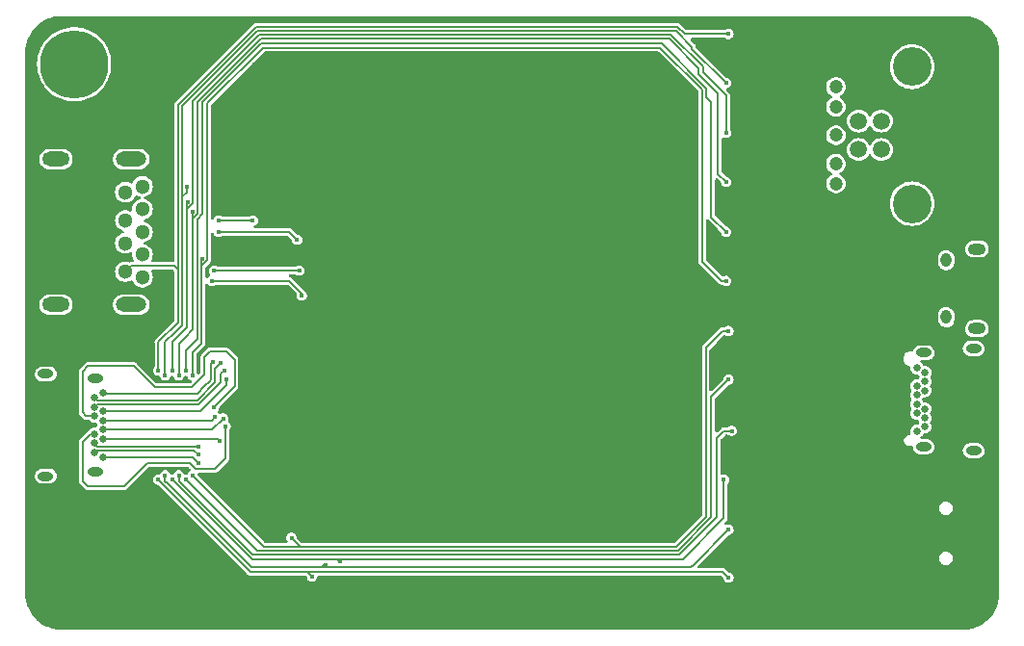
<source format=gbr>
%TF.GenerationSoftware,KiCad,Pcbnew,7.0.8*%
%TF.CreationDate,2024-05-30T14:18:45+02:00*%
%TF.ProjectId,usb_c_cable_tester,7573625f-635f-4636-9162-6c655f746573,2.2*%
%TF.SameCoordinates,Original*%
%TF.FileFunction,Copper,L2,Bot*%
%TF.FilePolarity,Positive*%
%FSLAX46Y46*%
G04 Gerber Fmt 4.6, Leading zero omitted, Abs format (unit mm)*
G04 Created by KiCad (PCBNEW 7.0.8) date 2024-05-30 14:18:45*
%MOMM*%
%LPD*%
G01*
G04 APERTURE LIST*
%TA.AperFunction,ComponentPad*%
%ADD10O,1.550000X1.000000*%
%TD*%
%TA.AperFunction,ComponentPad*%
%ADD11O,0.950000X1.250000*%
%TD*%
%TA.AperFunction,ComponentPad*%
%ADD12C,6.000000*%
%TD*%
%TA.AperFunction,ComponentPad*%
%ADD13C,0.650000*%
%TD*%
%TA.AperFunction,ComponentPad*%
%ADD14O,1.400000X0.800000*%
%TD*%
%TA.AperFunction,ComponentPad*%
%ADD15C,1.500000*%
%TD*%
%TA.AperFunction,ComponentPad*%
%ADD16C,1.200000*%
%TD*%
%TA.AperFunction,ComponentPad*%
%ADD17C,3.400000*%
%TD*%
%TA.AperFunction,ComponentPad*%
%ADD18C,1.300000*%
%TD*%
%TA.AperFunction,ComponentPad*%
%ADD19O,2.700000X1.300000*%
%TD*%
%TA.AperFunction,ComponentPad*%
%ADD20O,2.400000X1.300000*%
%TD*%
%TA.AperFunction,ViaPad*%
%ADD21C,0.400000*%
%TD*%
%TA.AperFunction,Conductor*%
%ADD22C,0.150000*%
%TD*%
G04 APERTURE END LIST*
D10*
%TO.P,J3,6,Shield*%
%TO.N,+3V3*%
X140850000Y-100500000D03*
D11*
X138150000Y-99500000D03*
X138150000Y-94500000D03*
D10*
X140850000Y-93500000D03*
%TD*%
D12*
%TO.P,REF\u002A\u002A,1*%
%TO.N,N/C*%
X61500000Y-77250000D03*
%TD*%
D13*
%TO.P,J2,B1,GND*%
%TO.N,/GND_B1*%
X64000000Y-111790000D03*
%TO.P,J2,B2,TX2+*%
%TO.N,/TX2+*%
X63300000Y-111390000D03*
%TO.P,J2,B3,TX2-*%
%TO.N,/TX2-*%
X63300000Y-110590000D03*
%TO.P,J2,B4,VBUS*%
%TO.N,/VBUS_B4*%
X64000000Y-110190000D03*
%TO.P,J2,B5,CC2*%
%TO.N,/CC2*%
X63300000Y-109790000D03*
%TO.P,J2,B6,D+*%
%TO.N,/D+_B*%
X64000000Y-109390000D03*
%TO.P,J2,B7,D-*%
%TO.N,/D-_B*%
X64000000Y-108590000D03*
%TO.P,J2,B8,SBU2*%
%TO.N,/SBU2*%
X63300000Y-108190000D03*
%TO.P,J2,B9,VBUS*%
%TO.N,/VBUS_B9*%
X64000000Y-107790000D03*
%TO.P,J2,B10,RX1-*%
%TO.N,/RX1-*%
X63300000Y-107390000D03*
%TO.P,J2,B11,RX1+*%
%TO.N,/RX1+*%
X63300000Y-106590000D03*
%TO.P,J2,B12,GND*%
%TO.N,/GND_B12*%
X64000000Y-106190000D03*
D14*
%TO.P,J2,S1,SHIELD*%
%TO.N,/SHLD*%
X59000000Y-104500000D03*
X63400000Y-104860000D03*
X63400000Y-113120000D03*
X59000000Y-113480000D03*
%TD*%
D13*
%TO.P,J1,B1,GND*%
%TO.N,+3V3*%
X135560000Y-103950000D03*
%TO.P,J1,B2,TX2+*%
X136260000Y-104350000D03*
%TO.P,J1,B3,TX2-*%
X136260000Y-105150000D03*
%TO.P,J1,B4,VBUS*%
X135560000Y-105550000D03*
%TO.P,J1,B5,CC2*%
X136260000Y-105950000D03*
%TO.P,J1,B6,D+*%
X135560000Y-106350000D03*
%TO.P,J1,B7,D-*%
X135560000Y-107150000D03*
%TO.P,J1,B8,SBU2*%
X136260000Y-107550000D03*
%TO.P,J1,B9,VBUS*%
X135560000Y-107950000D03*
%TO.P,J1,B10,RX1-*%
X136260000Y-108350000D03*
%TO.P,J1,B11,RX1+*%
X136260000Y-109150000D03*
%TO.P,J1,B12,GND*%
X135560000Y-109550000D03*
D14*
%TO.P,J1,S1,SHIELD*%
X140560000Y-111240000D03*
X136160000Y-110880000D03*
X136160000Y-102620000D03*
X140560000Y-102260000D03*
%TD*%
D15*
%TO.P,J4,1,VBUS*%
%TO.N,+3V3*%
X130435000Y-82250000D03*
%TO.P,J4,2,D-*%
X130435000Y-84750000D03*
%TO.P,J4,3,D+*%
X132445000Y-84750000D03*
%TO.P,J4,4,GND*%
X132445000Y-82250000D03*
D16*
%TO.P,J4,5,SSTX-*%
X128445000Y-87750000D03*
%TO.P,J4,6,SSTX+*%
X128445000Y-86000000D03*
%TO.P,J4,7,DRAIN*%
X128445000Y-83500000D03*
%TO.P,J4,8,SSRX-*%
X128445000Y-81000000D03*
%TO.P,J4,9,SSRX+*%
X128445000Y-79250000D03*
D17*
%TO.P,J4,10,SHIELD*%
X135145000Y-89520000D03*
X135145000Y-77480000D03*
%TD*%
D18*
%TO.P,J6,1,VBUS*%
%TO.N,/VBUS_A4*%
X66000000Y-88500000D03*
%TO.P,J6,2,D-*%
%TO.N,/D-_A*%
X66000000Y-91000000D03*
%TO.P,J6,3,D+*%
%TO.N,/D+_A*%
X66000000Y-93000000D03*
%TO.P,J6,4,GND*%
%TO.N,/GND_A1*%
X66000000Y-95500000D03*
%TO.P,J6,5,SSRX-*%
%TO.N,/RX2-*%
X67500000Y-96000000D03*
%TO.P,J6,6,SSRX+*%
%TO.N,/RX2+*%
X67500000Y-94000000D03*
%TO.P,J6,7,DRAIN*%
%TO.N,/GND_A12*%
X67500000Y-92000000D03*
%TO.P,J6,8,SSTX-*%
%TO.N,/TX1-*%
X67500000Y-90000000D03*
%TO.P,J6,9,SSTX+*%
%TO.N,/TX1+*%
X67500000Y-88000000D03*
D19*
%TO.P,J6,10,SHIELD*%
%TO.N,/SHLD*%
X66500000Y-85600000D03*
D20*
X59900000Y-85600000D03*
D19*
X66500000Y-98400000D03*
D20*
X59900000Y-98400000D03*
%TD*%
D21*
%TO.N,GND*%
X120200000Y-107700000D03*
X76100000Y-124000000D03*
X94500000Y-90100000D03*
X77200000Y-116400000D03*
X77300000Y-77300000D03*
X77200000Y-112000000D03*
X120200000Y-86000000D03*
X120200000Y-103400000D03*
X120200000Y-116400000D03*
X120200000Y-81700000D03*
X100000000Y-113400000D03*
X120200000Y-99100000D03*
X75100000Y-121200000D03*
X77200000Y-103300000D03*
X77200000Y-98900000D03*
X120200000Y-112000000D03*
X77200000Y-107600000D03*
X120200000Y-90300000D03*
X120200000Y-77400000D03*
X120200000Y-94700000D03*
X120200000Y-120700000D03*
X77200000Y-90300000D03*
X64100000Y-121700000D03*
X77200000Y-94700000D03*
X76100000Y-80500000D03*
X120200000Y-125100000D03*
X76300000Y-84900000D03*
%TO.N,/GND_A1*%
X119000000Y-74600000D03*
X68900000Y-104200000D03*
%TO.N,/TX1+*%
X118800000Y-78900000D03*
X69500000Y-104600000D03*
X71400000Y-88000000D03*
%TO.N,/TX1-*%
X71500000Y-89400000D03*
X70100000Y-104200000D03*
X118800000Y-83300000D03*
%TO.N,/VBUS_A4*%
X71900000Y-90200000D03*
X118800000Y-87600000D03*
X70700000Y-104600000D03*
%TO.N,/CC1*%
X71300000Y-104200000D03*
X118800000Y-92000000D03*
%TO.N,/D+_A*%
X71900000Y-104600000D03*
X118800000Y-96300000D03*
X72800000Y-94400000D03*
%TO.N,/D-_A*%
X74200000Y-91000000D03*
X119000000Y-100700000D03*
X71900000Y-113400000D03*
X77200000Y-91000000D03*
X80600000Y-118900000D03*
%TO.N,/VBUS_B9*%
X74900000Y-105000000D03*
%TO.N,/VBUS_A9*%
X70700000Y-113400000D03*
X119300000Y-109500000D03*
%TO.N,/RX2-*%
X73600000Y-96300000D03*
X81500000Y-97600000D03*
X70100000Y-113800000D03*
X84900000Y-121000000D03*
X118600000Y-113800000D03*
%TO.N,/RX2+*%
X73800000Y-95400000D03*
X83600000Y-121300000D03*
X81300000Y-95400000D03*
X119000000Y-118200000D03*
X69500000Y-113400000D03*
%TO.N,/GND_A12*%
X82400000Y-122300000D03*
X68900000Y-113800000D03*
X74200000Y-92000000D03*
X119000000Y-122400000D03*
X81100000Y-92700000D03*
%TO.N,/GND_B1*%
X72400000Y-112300000D03*
%TO.N,/TX2+*%
X72400000Y-111600000D03*
%TO.N,/TX2-*%
X72400000Y-110900000D03*
%TO.N,/VBUS_B4*%
X74300000Y-110400000D03*
%TO.N,/CC2*%
X74800000Y-109100000D03*
%TO.N,/D-_B*%
X73900000Y-108300000D03*
%TO.N,/RX1-*%
X74700000Y-104200000D03*
%TO.N,/RX1+*%
X74400000Y-103500000D03*
%TO.N,/GND_B12*%
X73700000Y-103400000D03*
%TO.N,/SBU1*%
X71300000Y-113800000D03*
X119000000Y-105000000D03*
%TO.N,/D+_B*%
X74600000Y-108400000D03*
%TO.N,/SBU2*%
X73800000Y-107400000D03*
%TD*%
D22*
%TO.N,/GND_A1*%
X68900000Y-104200000D02*
X68900000Y-101700000D01*
X70614327Y-80814327D02*
X77476159Y-73952495D01*
X68900000Y-101700000D02*
X70614327Y-99985673D01*
X70614327Y-99985673D02*
X70614327Y-95285673D01*
X70614327Y-95285673D02*
X70614327Y-80814327D01*
X66525000Y-95000000D02*
X70328654Y-95000000D01*
X66025000Y-95500000D02*
X66525000Y-95000000D01*
X114523840Y-73952495D02*
X115171345Y-74600000D01*
X70328654Y-95000000D02*
X70614327Y-95285673D01*
X115171345Y-74600000D02*
X119000000Y-74600000D01*
X77476159Y-73952495D02*
X114523840Y-73952495D01*
%TO.N,/TX1+*%
X71000000Y-88900000D02*
X71000000Y-80922923D01*
X71000000Y-89200000D02*
X71000000Y-88900000D01*
X69500000Y-104600000D02*
X69500000Y-101700000D01*
X71400000Y-88500000D02*
X71400000Y-88000000D01*
X70400000Y-100800000D02*
X71000000Y-100200000D01*
X71000000Y-88900000D02*
X71400000Y-88500000D01*
X77620927Y-74301996D02*
X114379073Y-74301996D01*
X69500000Y-101700000D02*
X70400000Y-100800000D01*
X71000000Y-80922923D02*
X77620927Y-74301996D01*
X114379073Y-74301996D02*
X115798004Y-75720927D01*
X115798004Y-75898004D02*
X118800000Y-78900000D01*
X71000000Y-100200000D02*
X71000000Y-89200000D01*
X115798004Y-75720927D02*
X115798004Y-75898004D01*
%TO.N,/TX1-*%
X116748503Y-77465693D02*
X116748503Y-77948503D01*
X70100000Y-101700000D02*
X71400000Y-100400000D01*
X71400000Y-90000000D02*
X71400000Y-89500000D01*
X118800000Y-80000000D02*
X118800000Y-83300000D01*
X71900000Y-80517192D02*
X77765695Y-74651497D01*
X71400000Y-100400000D02*
X71400000Y-90000000D01*
X71400000Y-90000000D02*
X71900000Y-89500000D01*
X71900000Y-89500000D02*
X71900000Y-80517192D01*
X77765695Y-74651497D02*
X113934307Y-74651497D01*
X70100000Y-104200000D02*
X70100000Y-101700000D01*
X116748503Y-77948503D02*
X118800000Y-80000000D01*
X71400000Y-89500000D02*
X71500000Y-89400000D01*
X113934307Y-74651497D02*
X116748503Y-77465693D01*
%TO.N,/VBUS_A4*%
X113789538Y-75000998D02*
X77910463Y-75000998D01*
X70700000Y-101800000D02*
X71200000Y-101300000D01*
X71900000Y-90900000D02*
X71900000Y-90800000D01*
X71900000Y-100600000D02*
X71900000Y-90900000D01*
X70700000Y-104600000D02*
X70700000Y-101800000D01*
X71200000Y-101300000D02*
X71900000Y-100600000D01*
X72300000Y-90400000D02*
X71900000Y-90800000D01*
X72300000Y-80611461D02*
X72300000Y-90400000D01*
X71900000Y-90800000D02*
X71900000Y-90500000D01*
X118100000Y-79811462D02*
X116399002Y-78110464D01*
X71900000Y-90500000D02*
X71900000Y-90200000D01*
X118800000Y-87600000D02*
X118100000Y-86900000D01*
X116399002Y-78110464D02*
X116399002Y-77610462D01*
X116399002Y-77610462D02*
X113789538Y-75000998D01*
X118100000Y-86900000D02*
X118100000Y-79811462D01*
X77910463Y-75000998D02*
X72300000Y-80611461D01*
%TO.N,/CC1*%
X71300000Y-102400000D02*
X72300000Y-101400000D01*
X72300000Y-90900000D02*
X72800000Y-90400000D01*
X77955232Y-75450499D02*
X113144768Y-75450499D01*
X117049501Y-80149501D02*
X117500000Y-80600000D01*
X72800000Y-80605731D02*
X77955232Y-75450499D01*
X72800000Y-90400000D02*
X72800000Y-80605731D01*
X117500000Y-90700000D02*
X118800000Y-92000000D01*
X117500000Y-80600000D02*
X117500000Y-90700000D01*
X72300000Y-101400000D02*
X72300000Y-90900000D01*
X71300000Y-104200000D02*
X71300000Y-102400000D01*
X117049501Y-79355232D02*
X117049501Y-80149501D01*
X113144768Y-75450499D02*
X117049501Y-79355232D01*
%TO.N,/D+_A*%
X72600000Y-101900000D02*
X72700000Y-101800000D01*
X73200000Y-94500000D02*
X73200000Y-80700000D01*
X78100000Y-75800000D02*
X113000000Y-75800000D01*
X73200000Y-80700000D02*
X78100000Y-75800000D01*
X71900000Y-104600000D02*
X71900000Y-102600000D01*
X72700000Y-95000000D02*
X73200000Y-94500000D01*
X71900000Y-102600000D02*
X72600000Y-101900000D01*
X116700000Y-79500000D02*
X116700000Y-94600000D01*
X72700000Y-101800000D02*
X72700000Y-99000000D01*
X72700000Y-99000000D02*
X72700000Y-95000000D01*
X116700000Y-94600000D02*
X118400000Y-96300000D01*
X72700000Y-94500000D02*
X72800000Y-94400000D01*
X72700000Y-95000000D02*
X72700000Y-94500000D01*
X118400000Y-96300000D02*
X118800000Y-96300000D01*
X113000000Y-75800000D02*
X116700000Y-79500000D01*
%TO.N,/D-_A*%
X81500000Y-119700000D02*
X114400000Y-119700000D01*
X117000000Y-102200000D02*
X118400000Y-100800000D01*
X117000000Y-115200000D02*
X117000000Y-114000000D01*
X78200000Y-119700000D02*
X81500000Y-119700000D01*
X80600000Y-118900000D02*
X81400000Y-119700000D01*
X74200000Y-91000000D02*
X77200000Y-91000000D01*
X117000000Y-114000000D02*
X117000000Y-102200000D01*
X114400000Y-119700000D02*
X117000000Y-117100000D01*
X71900000Y-113400000D02*
X78200000Y-119700000D01*
X117000000Y-117100000D02*
X117000000Y-115200000D01*
X118400000Y-100800000D02*
X118500000Y-100700000D01*
X81400000Y-119700000D02*
X81500000Y-119700000D01*
X118500000Y-100700000D02*
X119000000Y-100700000D01*
%TO.N,/VBUS_B9*%
X74900000Y-105500000D02*
X74900000Y-105000000D01*
X72600000Y-107800000D02*
X74900000Y-105500000D01*
X64000000Y-107800000D02*
X72600000Y-107800000D01*
%TO.N,/VBUS_A9*%
X77199002Y-120399002D02*
X114689538Y-120399002D01*
X114689538Y-120399002D02*
X118000000Y-117088540D01*
X118000000Y-117088540D02*
X118000000Y-110100000D01*
X118000000Y-110100000D02*
X118600000Y-109500000D01*
X118600000Y-109500000D02*
X119300000Y-109500000D01*
X70700000Y-113900000D02*
X77199002Y-120399002D01*
X70700000Y-113400000D02*
X70700000Y-113900000D01*
%TO.N,/RX2-*%
X81500000Y-97600000D02*
X81500000Y-97400000D01*
X77125500Y-120825500D02*
X84574500Y-120825500D01*
X84574500Y-120825500D02*
X84749000Y-121000000D01*
X70100000Y-113800000D02*
X77125500Y-120825500D01*
X84749000Y-121000000D02*
X84900000Y-121000000D01*
X118600000Y-117200000D02*
X118600000Y-113800000D01*
X81500000Y-97400000D02*
X80400000Y-96300000D01*
X114974500Y-120825500D02*
X118600000Y-117200000D01*
X80400000Y-96300000D02*
X73600000Y-96300000D01*
X84574500Y-120825500D02*
X114974500Y-120825500D01*
%TO.N,/RX2+*%
X115700000Y-121500000D02*
X115900000Y-121300000D01*
X78500000Y-121500000D02*
X83200000Y-121500000D01*
X115900000Y-121300000D02*
X115800000Y-121400000D01*
X73800000Y-95400000D02*
X80700000Y-95400000D01*
X69500000Y-113900000D02*
X69700000Y-114100000D01*
X119000000Y-118200000D02*
X115900000Y-121300000D01*
X83300000Y-121400000D02*
X83400000Y-121300000D01*
X80700000Y-95400000D02*
X81300000Y-95400000D01*
X77100000Y-121500000D02*
X78500000Y-121500000D01*
X83400000Y-121300000D02*
X83600000Y-121300000D01*
X83200000Y-121500000D02*
X115700000Y-121500000D01*
X69700000Y-114100000D02*
X77000000Y-121400000D01*
X69500000Y-113400000D02*
X69500000Y-113900000D01*
X83200000Y-121500000D02*
X83300000Y-121400000D01*
X77000000Y-121400000D02*
X77100000Y-121500000D01*
%TO.N,/GND_A12*%
X80400000Y-92000000D02*
X81100000Y-92700000D01*
X118500000Y-121900000D02*
X119000000Y-122400000D01*
X82000000Y-121900000D02*
X118500000Y-121900000D01*
X82400000Y-122300000D02*
X82000000Y-121900000D01*
X68900000Y-113800000D02*
X77000000Y-121900000D01*
X77000000Y-121900000D02*
X82000000Y-121900000D01*
X74200000Y-92000000D02*
X80400000Y-92000000D01*
%TO.N,/GND_B1*%
X71900000Y-111800000D02*
X64000000Y-111800000D01*
X72400000Y-112300000D02*
X71900000Y-111800000D01*
%TO.N,/TX2+*%
X72000000Y-111200000D02*
X63500000Y-111200000D01*
X72400000Y-111600000D02*
X72000000Y-111200000D01*
X63500000Y-111200000D02*
X63300000Y-111400000D01*
%TO.N,/TX2-*%
X72350499Y-110850499D02*
X72400000Y-110900000D01*
X63300000Y-110600000D02*
X63550499Y-110850499D01*
X63550499Y-110850499D02*
X72350499Y-110850499D01*
%TO.N,/VBUS_B4*%
X64000000Y-110200000D02*
X74100000Y-110200000D01*
X74100000Y-110200000D02*
X74300000Y-110400000D01*
%TO.N,/CC2*%
X62900000Y-109800000D02*
X62225000Y-110475000D01*
X65900000Y-114350000D02*
X67900000Y-112350000D01*
X62225000Y-110475000D02*
X62225000Y-113925000D01*
X67900000Y-112350000D02*
X71700000Y-112350000D01*
X72200000Y-112850000D02*
X73850000Y-112850000D01*
X62650000Y-114350000D02*
X65900000Y-114350000D01*
X63300000Y-109800000D02*
X62900000Y-109800000D01*
X62225000Y-113925000D02*
X62650000Y-114350000D01*
X73850000Y-112850000D02*
X74800000Y-111900000D01*
X71700000Y-112350000D02*
X72200000Y-112850000D01*
X74800000Y-111900000D02*
X74800000Y-109100000D01*
%TO.N,/D-_B*%
X64000000Y-108600000D02*
X73600000Y-108600000D01*
X73600000Y-108600000D02*
X73900000Y-108300000D01*
%TO.N,/RX1-*%
X63500000Y-107200000D02*
X72450000Y-107200000D01*
X74400000Y-105250000D02*
X74400000Y-104500000D01*
X74400000Y-104500000D02*
X74700000Y-104200000D01*
X63300000Y-107400000D02*
X63500000Y-107200000D01*
X72450000Y-107200000D02*
X74400000Y-105250000D01*
%TO.N,/RX1+*%
X73900000Y-104000000D02*
X74400000Y-103500000D01*
X73900000Y-105200000D02*
X73900000Y-104000000D01*
X63500000Y-106800000D02*
X72300000Y-106800000D01*
X72300000Y-106800000D02*
X73900000Y-105200000D01*
X63300000Y-106600000D02*
X63500000Y-106800000D01*
%TO.N,/GND_B12*%
X73400000Y-105100000D02*
X73500000Y-105000000D01*
X73500000Y-105000000D02*
X73500000Y-103800000D01*
X73500000Y-103600000D02*
X73700000Y-103400000D01*
X73500000Y-103800000D02*
X73500000Y-103600000D01*
X64000000Y-106200000D02*
X72300000Y-106200000D01*
X72300000Y-106200000D02*
X72925000Y-105575000D01*
X72925000Y-105575000D02*
X73400000Y-105100000D01*
%TO.N,/SBU1*%
X77549501Y-120049501D02*
X114544769Y-120049501D01*
X117500000Y-106500000D02*
X119000000Y-105000000D01*
X117500000Y-117094270D02*
X117500000Y-106500000D01*
X71300000Y-113800000D02*
X77549501Y-120049501D01*
X114544769Y-120049501D02*
X117500000Y-117094270D01*
%TO.N,/D+_B*%
X64000000Y-109400000D02*
X73600000Y-109400000D01*
X73600000Y-109400000D02*
X74600000Y-108400000D01*
%TO.N,/SBU2*%
X62550000Y-108200000D02*
X62225000Y-107875000D01*
X71850000Y-105650000D02*
X68600000Y-105650000D01*
X72950000Y-103000000D02*
X72950000Y-104550000D01*
X68600000Y-105650000D02*
X66750000Y-103800000D01*
X62550000Y-108200000D02*
X63300000Y-108200000D01*
X66750000Y-103800000D02*
X62700000Y-103800000D01*
X74850000Y-102500000D02*
X73450000Y-102500000D01*
X73800000Y-107400000D02*
X75600000Y-105600000D01*
X62225000Y-107875000D02*
X62225000Y-104275000D01*
X75600000Y-103250000D02*
X74850000Y-102500000D01*
X75600000Y-105600000D02*
X75600000Y-103250000D01*
X73450000Y-102500000D02*
X72950000Y-103000000D01*
X62225000Y-104275000D02*
X62700000Y-103800000D01*
X72950000Y-104550000D02*
X71850000Y-105650000D01*
%TD*%
%TA.AperFunction,Conductor*%
%TO.N,GND*%
G36*
X139621628Y-73010585D02*
G01*
X139753593Y-73017501D01*
X139956488Y-73028896D01*
X139962769Y-73029568D01*
X140121610Y-73054726D01*
X140296907Y-73084511D01*
X140302629Y-73085760D01*
X140406740Y-73113657D01*
X140462974Y-73128725D01*
X140629280Y-73176637D01*
X140634401Y-73178354D01*
X140791492Y-73238655D01*
X140949708Y-73304191D01*
X140954182Y-73306253D01*
X141105231Y-73383217D01*
X141105245Y-73383224D01*
X141254440Y-73465681D01*
X141258224Y-73467951D01*
X141401122Y-73560750D01*
X141539878Y-73659203D01*
X141543028Y-73661592D01*
X141674669Y-73768193D01*
X141676974Y-73770153D01*
X141723039Y-73811319D01*
X141802693Y-73882503D01*
X141805243Y-73884913D01*
X141925084Y-74004754D01*
X141927495Y-74007305D01*
X142039834Y-74133011D01*
X142041812Y-74135337D01*
X142148400Y-74266962D01*
X142150801Y-74270129D01*
X142208713Y-74351747D01*
X142249249Y-74408878D01*
X142289356Y-74470636D01*
X142342034Y-74551753D01*
X142344332Y-74555584D01*
X142368878Y-74599996D01*
X142426774Y-74704752D01*
X142503742Y-74855811D01*
X142505814Y-74860305D01*
X142571348Y-75018517D01*
X142631639Y-75175582D01*
X142633362Y-75180721D01*
X142681274Y-75347025D01*
X142724234Y-75507354D01*
X142725491Y-75513110D01*
X142755282Y-75688447D01*
X142780427Y-75847206D01*
X142781104Y-75853534D01*
X142792511Y-76056645D01*
X142799414Y-76188372D01*
X142799500Y-76191643D01*
X142799500Y-123808355D01*
X142799414Y-123811629D01*
X142793116Y-123931798D01*
X142792511Y-123943354D01*
X142781104Y-124146464D01*
X142780427Y-124152791D01*
X142755282Y-124311552D01*
X142725491Y-124486888D01*
X142724234Y-124492644D01*
X142681274Y-124652974D01*
X142633362Y-124819277D01*
X142631639Y-124824416D01*
X142571348Y-124981482D01*
X142505814Y-125139693D01*
X142503742Y-125144187D01*
X142426774Y-125295247D01*
X142344337Y-125444406D01*
X142342034Y-125448245D01*
X142249249Y-125591123D01*
X142150801Y-125729870D01*
X142148381Y-125733061D01*
X142041818Y-125864654D01*
X142039834Y-125866987D01*
X141927495Y-125992693D01*
X141925067Y-125995262D01*
X141805262Y-126115067D01*
X141802693Y-126117495D01*
X141676987Y-126229834D01*
X141674654Y-126231818D01*
X141543061Y-126338381D01*
X141539870Y-126340801D01*
X141401123Y-126439249D01*
X141258245Y-126532034D01*
X141254406Y-126534337D01*
X141105247Y-126616774D01*
X140954187Y-126693742D01*
X140949693Y-126695814D01*
X140791482Y-126761348D01*
X140634416Y-126821639D01*
X140629277Y-126823362D01*
X140462974Y-126871274D01*
X140302644Y-126914234D01*
X140296888Y-126915491D01*
X140121552Y-126945282D01*
X139962791Y-126970427D01*
X139956464Y-126971104D01*
X139753354Y-126982511D01*
X139742611Y-126983074D01*
X139621628Y-126989414D01*
X139618356Y-126989500D01*
X60381643Y-126989500D01*
X60378372Y-126989414D01*
X60246645Y-126982511D01*
X60043534Y-126971104D01*
X60037206Y-126970427D01*
X59878447Y-126945282D01*
X59703110Y-126915491D01*
X59697354Y-126914234D01*
X59537025Y-126871274D01*
X59370721Y-126823362D01*
X59365582Y-126821639D01*
X59208517Y-126761348D01*
X59050305Y-126695814D01*
X59045811Y-126693742D01*
X58894752Y-126616774D01*
X58814854Y-126572616D01*
X58745584Y-126534332D01*
X58741753Y-126532034D01*
X58598878Y-126439249D01*
X58543980Y-126400298D01*
X58460129Y-126340801D01*
X58456962Y-126338400D01*
X58325337Y-126231812D01*
X58323011Y-126229834D01*
X58197305Y-126117495D01*
X58194754Y-126115084D01*
X58074913Y-125995243D01*
X58072503Y-125992693D01*
X58001319Y-125913039D01*
X57960153Y-125866974D01*
X57958193Y-125864669D01*
X57851592Y-125733028D01*
X57849196Y-125729869D01*
X57750750Y-125591122D01*
X57657951Y-125448224D01*
X57655681Y-125444440D01*
X57573224Y-125295245D01*
X57496256Y-125144187D01*
X57494191Y-125139708D01*
X57428655Y-124981492D01*
X57368354Y-124824401D01*
X57366636Y-124819277D01*
X57318725Y-124652974D01*
X57312990Y-124631571D01*
X57275760Y-124492629D01*
X57274511Y-124486907D01*
X57244717Y-124311552D01*
X57219568Y-124152769D01*
X57218896Y-124146488D01*
X57207501Y-123943593D01*
X57200585Y-123811628D01*
X57200500Y-123808356D01*
X57200500Y-113438577D01*
X58041600Y-113438577D01*
X58051982Y-113603612D01*
X58051982Y-113603614D01*
X58103084Y-113760887D01*
X58103086Y-113760891D01*
X58191689Y-113900508D01*
X58191690Y-113900509D01*
X58191691Y-113900510D01*
X58248823Y-113954160D01*
X58312236Y-114013709D01*
X58312237Y-114013710D01*
X58457147Y-114093375D01*
X58457149Y-114093376D01*
X58556859Y-114118977D01*
X58617317Y-114134500D01*
X58617320Y-114134500D01*
X59341175Y-114134500D01*
X59341178Y-114134500D01*
X59388591Y-114128510D01*
X59464056Y-114118977D01*
X59464057Y-114118976D01*
X59464061Y-114118976D01*
X59609565Y-114061367D01*
X59617812Y-114058102D01*
X59617817Y-114058099D01*
X59678914Y-114013709D01*
X59751597Y-113960902D01*
X59757171Y-113954165D01*
X61891690Y-113954165D01*
X61902290Y-113993725D01*
X61903480Y-113999091D01*
X61910593Y-114039430D01*
X61912498Y-114044664D01*
X61919416Y-114061367D01*
X61921762Y-114066397D01*
X61921765Y-114066401D01*
X61940652Y-114093375D01*
X61945258Y-114099952D01*
X61948212Y-114104589D01*
X61968695Y-114140066D01*
X62000073Y-114166395D01*
X62004127Y-114170110D01*
X62404894Y-114570878D01*
X62408608Y-114574931D01*
X62434934Y-114606305D01*
X62470396Y-114626779D01*
X62470398Y-114626780D01*
X62475033Y-114629734D01*
X62498671Y-114646283D01*
X62508599Y-114653235D01*
X62508601Y-114653235D01*
X62513649Y-114655590D01*
X62530318Y-114662494D01*
X62535562Y-114664403D01*
X62535566Y-114664405D01*
X62575925Y-114671520D01*
X62581252Y-114672701D01*
X62620840Y-114683310D01*
X62647933Y-114680939D01*
X62661654Y-114679740D01*
X62667146Y-114679500D01*
X65882868Y-114679500D01*
X65888353Y-114679739D01*
X65929160Y-114683310D01*
X65968735Y-114672705D01*
X65974073Y-114671520D01*
X66014434Y-114664405D01*
X66014435Y-114664404D01*
X66014437Y-114664404D01*
X66019699Y-114662488D01*
X66036322Y-114655603D01*
X66041398Y-114653235D01*
X66041401Y-114653235D01*
X66074973Y-114629726D01*
X66079573Y-114626796D01*
X66115066Y-114606305D01*
X66141403Y-114574916D01*
X66145095Y-114570886D01*
X67999580Y-112716402D01*
X68061890Y-112682379D01*
X68088673Y-112679500D01*
X71511327Y-112679500D01*
X71579448Y-112699502D01*
X71600422Y-112716405D01*
X71694320Y-112810303D01*
X71728346Y-112872615D01*
X71723281Y-112943430D01*
X71680734Y-113000266D01*
X71673345Y-113005396D01*
X71599306Y-113052977D01*
X71599302Y-113052980D01*
X71513720Y-113151747D01*
X71504692Y-113171516D01*
X71459426Y-113270636D01*
X71459425Y-113270638D01*
X71458876Y-113271842D01*
X71412383Y-113325498D01*
X71344263Y-113345500D01*
X71255738Y-113345500D01*
X71187617Y-113325498D01*
X71141124Y-113271842D01*
X71140574Y-113270638D01*
X71140574Y-113270636D01*
X71086282Y-113151752D01*
X71086280Y-113151750D01*
X71086279Y-113151747D01*
X71000697Y-113052980D01*
X71000693Y-113052977D01*
X70890748Y-112982321D01*
X70890750Y-112982321D01*
X70765350Y-112945500D01*
X70765347Y-112945500D01*
X70634653Y-112945500D01*
X70634649Y-112945500D01*
X70509250Y-112982321D01*
X70399306Y-113052977D01*
X70399302Y-113052980D01*
X70313720Y-113151747D01*
X70304692Y-113171516D01*
X70259426Y-113270636D01*
X70259425Y-113270638D01*
X70258876Y-113271842D01*
X70212383Y-113325498D01*
X70144263Y-113345500D01*
X70055738Y-113345500D01*
X69987617Y-113325498D01*
X69941124Y-113271842D01*
X69940574Y-113270638D01*
X69940574Y-113270636D01*
X69886282Y-113151752D01*
X69886280Y-113151750D01*
X69886279Y-113151747D01*
X69800697Y-113052980D01*
X69800693Y-113052977D01*
X69690748Y-112982321D01*
X69690750Y-112982321D01*
X69565350Y-112945500D01*
X69565347Y-112945500D01*
X69434653Y-112945500D01*
X69434649Y-112945500D01*
X69309250Y-112982321D01*
X69199306Y-113052977D01*
X69199302Y-113052980D01*
X69113720Y-113151747D01*
X69104692Y-113171516D01*
X69059426Y-113270636D01*
X69059425Y-113270638D01*
X69058876Y-113271842D01*
X69012383Y-113325498D01*
X68944263Y-113345500D01*
X68834649Y-113345500D01*
X68709250Y-113382321D01*
X68599306Y-113452977D01*
X68599302Y-113452980D01*
X68513720Y-113551747D01*
X68459426Y-113670635D01*
X68459424Y-113670642D01*
X68440826Y-113799996D01*
X68440826Y-113800003D01*
X68459424Y-113929357D01*
X68459426Y-113929364D01*
X68488818Y-113993725D01*
X68513720Y-114048252D01*
X68599302Y-114147019D01*
X68599306Y-114147022D01*
X68654278Y-114182350D01*
X68709250Y-114217678D01*
X68709249Y-114217678D01*
X68834649Y-114254499D01*
X68834650Y-114254499D01*
X68834653Y-114254500D01*
X68836327Y-114254500D01*
X68837929Y-114254970D01*
X68843573Y-114255782D01*
X68843456Y-114256593D01*
X68904448Y-114274502D01*
X68925421Y-114291404D01*
X76754899Y-122120883D01*
X76758604Y-122124926D01*
X76781113Y-122151752D01*
X76784934Y-122156305D01*
X76820398Y-122176780D01*
X76825033Y-122179734D01*
X76848671Y-122196283D01*
X76858599Y-122203235D01*
X76858601Y-122203235D01*
X76863649Y-122205590D01*
X76880318Y-122212494D01*
X76885562Y-122214403D01*
X76885566Y-122214405D01*
X76925925Y-122221520D01*
X76931252Y-122222701D01*
X76970840Y-122233310D01*
X76997933Y-122230939D01*
X77011654Y-122229740D01*
X77017146Y-122229500D01*
X81811327Y-122229500D01*
X81879448Y-122249502D01*
X81900422Y-122266405D01*
X81912315Y-122278298D01*
X81946341Y-122340610D01*
X81947937Y-122349461D01*
X81959424Y-122429357D01*
X81959426Y-122429364D01*
X82013720Y-122548252D01*
X82099302Y-122647019D01*
X82099306Y-122647022D01*
X82101214Y-122648248D01*
X82209250Y-122717678D01*
X82209249Y-122717678D01*
X82334649Y-122754499D01*
X82334650Y-122754499D01*
X82334653Y-122754500D01*
X82334656Y-122754500D01*
X82465344Y-122754500D01*
X82465347Y-122754500D01*
X82590748Y-122717679D01*
X82700695Y-122647021D01*
X82786282Y-122548248D01*
X82840574Y-122429364D01*
X82840731Y-122428271D01*
X82853773Y-122337568D01*
X82883266Y-122272987D01*
X82942992Y-122234604D01*
X82978490Y-122229500D01*
X118311326Y-122229500D01*
X118379447Y-122249502D01*
X118400422Y-122266405D01*
X118512316Y-122378300D01*
X118546341Y-122440612D01*
X118547937Y-122449463D01*
X118559424Y-122529357D01*
X118559426Y-122529364D01*
X118613720Y-122648252D01*
X118699302Y-122747019D01*
X118699306Y-122747022D01*
X118754278Y-122782350D01*
X118809250Y-122817678D01*
X118809249Y-122817678D01*
X118934649Y-122854499D01*
X118934650Y-122854499D01*
X118934653Y-122854500D01*
X118934656Y-122854500D01*
X119065344Y-122854500D01*
X119065347Y-122854500D01*
X119190748Y-122817679D01*
X119300695Y-122747021D01*
X119386282Y-122648248D01*
X119440574Y-122529364D01*
X119459174Y-122400000D01*
X119459174Y-122399996D01*
X119440575Y-122270642D01*
X119440574Y-122270641D01*
X119440574Y-122270636D01*
X119386282Y-122151752D01*
X119386280Y-122151750D01*
X119386279Y-122151747D01*
X119300697Y-122052980D01*
X119300693Y-122052977D01*
X119190748Y-121982321D01*
X119190750Y-121982321D01*
X119065350Y-121945500D01*
X119065347Y-121945500D01*
X119063675Y-121945500D01*
X119062074Y-121945029D01*
X119056427Y-121944218D01*
X119056543Y-121943406D01*
X118995554Y-121925498D01*
X118974580Y-121908596D01*
X118745108Y-121679125D01*
X118741393Y-121675070D01*
X118731166Y-121662882D01*
X118715066Y-121643695D01*
X118679589Y-121623212D01*
X118674957Y-121620261D01*
X118641401Y-121596765D01*
X118641397Y-121596762D01*
X118636367Y-121594416D01*
X118619664Y-121587498D01*
X118614430Y-121585593D01*
X118574091Y-121578480D01*
X118568725Y-121577290D01*
X118529164Y-121566690D01*
X118529158Y-121566690D01*
X118517409Y-121567718D01*
X118488352Y-121570260D01*
X118482868Y-121570500D01*
X116399672Y-121570500D01*
X116331551Y-121550498D01*
X116285058Y-121496842D01*
X116274954Y-121426568D01*
X116304448Y-121361988D01*
X116310577Y-121355405D01*
X116965982Y-120700000D01*
X137494318Y-120700000D01*
X137514955Y-120856760D01*
X137514956Y-120856762D01*
X137575464Y-121002841D01*
X137671718Y-121128282D01*
X137797159Y-121224536D01*
X137943238Y-121285044D01*
X138060639Y-121300500D01*
X138060646Y-121300500D01*
X138139354Y-121300500D01*
X138139361Y-121300500D01*
X138256762Y-121285044D01*
X138402841Y-121224536D01*
X138528282Y-121128282D01*
X138624536Y-121002841D01*
X138685044Y-120856762D01*
X138705682Y-120700000D01*
X138685044Y-120543238D01*
X138624536Y-120397159D01*
X138528282Y-120271718D01*
X138402841Y-120175464D01*
X138256762Y-120114956D01*
X138256760Y-120114955D01*
X138139363Y-120099500D01*
X138139361Y-120099500D01*
X138060639Y-120099500D01*
X138060636Y-120099500D01*
X137943239Y-120114955D01*
X137797160Y-120175463D01*
X137797157Y-120175465D01*
X137671718Y-120271718D01*
X137575465Y-120397157D01*
X137575463Y-120397160D01*
X137514955Y-120543239D01*
X137494318Y-120699999D01*
X137494318Y-120700000D01*
X116965982Y-120700000D01*
X118974578Y-118691405D01*
X119036890Y-118657379D01*
X119063673Y-118654500D01*
X119065344Y-118654500D01*
X119065347Y-118654500D01*
X119190748Y-118617679D01*
X119300695Y-118547021D01*
X119386282Y-118448248D01*
X119440574Y-118329364D01*
X119456054Y-118221700D01*
X119459174Y-118200003D01*
X119459174Y-118199996D01*
X119440575Y-118070642D01*
X119440574Y-118070641D01*
X119440574Y-118070636D01*
X119386282Y-117951752D01*
X119386280Y-117951750D01*
X119386279Y-117951747D01*
X119300697Y-117852980D01*
X119300693Y-117852977D01*
X119190748Y-117782321D01*
X119190750Y-117782321D01*
X119065350Y-117745500D01*
X119065347Y-117745500D01*
X118934653Y-117745500D01*
X118934651Y-117745500D01*
X118934647Y-117745501D01*
X118821983Y-117778582D01*
X118750986Y-117778582D01*
X118691260Y-117740198D01*
X118661767Y-117675617D01*
X118671872Y-117605343D01*
X118697387Y-117568594D01*
X118820893Y-117445088D01*
X118824911Y-117441406D01*
X118856305Y-117415066D01*
X118876796Y-117379573D01*
X118879730Y-117374967D01*
X118903235Y-117341401D01*
X118903236Y-117341398D01*
X118905617Y-117336291D01*
X118912471Y-117319745D01*
X118914406Y-117314430D01*
X118916472Y-117302705D01*
X118921521Y-117274071D01*
X118922703Y-117268739D01*
X118933309Y-117229161D01*
X118931134Y-117204305D01*
X118929740Y-117188358D01*
X118929500Y-117182866D01*
X118929500Y-116300000D01*
X137494318Y-116300000D01*
X137514955Y-116456760D01*
X137514956Y-116456762D01*
X137575464Y-116602841D01*
X137671718Y-116728282D01*
X137797159Y-116824536D01*
X137943238Y-116885044D01*
X138060639Y-116900500D01*
X138060646Y-116900500D01*
X138139354Y-116900500D01*
X138139361Y-116900500D01*
X138256762Y-116885044D01*
X138402841Y-116824536D01*
X138528282Y-116728282D01*
X138624536Y-116602841D01*
X138685044Y-116456762D01*
X138705682Y-116300000D01*
X138685044Y-116143238D01*
X138624536Y-115997159D01*
X138528282Y-115871718D01*
X138402841Y-115775464D01*
X138256762Y-115714956D01*
X138256760Y-115714955D01*
X138139363Y-115699500D01*
X138139361Y-115699500D01*
X138060639Y-115699500D01*
X138060636Y-115699500D01*
X137943239Y-115714955D01*
X137797160Y-115775463D01*
X137797157Y-115775465D01*
X137671718Y-115871718D01*
X137575465Y-115997157D01*
X137575463Y-115997160D01*
X137514955Y-116143239D01*
X137494318Y-116299999D01*
X137494318Y-116300000D01*
X118929500Y-116300000D01*
X118929500Y-114160773D01*
X118949502Y-114092652D01*
X118960276Y-114078260D01*
X118970552Y-114066401D01*
X118986282Y-114048248D01*
X119040574Y-113929364D01*
X119052185Y-113848609D01*
X119059174Y-113800003D01*
X119059174Y-113799996D01*
X119040575Y-113670642D01*
X119040574Y-113670641D01*
X119040574Y-113670636D01*
X118986282Y-113551752D01*
X118986280Y-113551750D01*
X118986279Y-113551747D01*
X118900697Y-113452980D01*
X118900693Y-113452977D01*
X118790748Y-113382321D01*
X118790750Y-113382321D01*
X118665350Y-113345500D01*
X118665347Y-113345500D01*
X118534653Y-113345500D01*
X118534651Y-113345500D01*
X118534647Y-113345501D01*
X118490998Y-113358318D01*
X118420002Y-113358318D01*
X118360276Y-113319935D01*
X118330783Y-113255354D01*
X118329500Y-113237422D01*
X118329500Y-110418370D01*
X134434500Y-110418370D01*
X134473021Y-110549559D01*
X134473022Y-110549561D01*
X134546945Y-110664589D01*
X134650282Y-110754130D01*
X134774658Y-110810931D01*
X134875989Y-110825500D01*
X134875992Y-110825500D01*
X134944008Y-110825500D01*
X134944011Y-110825500D01*
X135045342Y-110810931D01*
X135045353Y-110810925D01*
X135045704Y-110810824D01*
X135046083Y-110810823D01*
X135054263Y-110809648D01*
X135054431Y-110810823D01*
X135116700Y-110810819D01*
X135176429Y-110849199D01*
X135205926Y-110913778D01*
X135206961Y-110923806D01*
X135211982Y-111003612D01*
X135211982Y-111003614D01*
X135263084Y-111160887D01*
X135263086Y-111160891D01*
X135351689Y-111300508D01*
X135472236Y-111413709D01*
X135472237Y-111413710D01*
X135617147Y-111493375D01*
X135617149Y-111493376D01*
X135777309Y-111534498D01*
X135777317Y-111534500D01*
X135777320Y-111534500D01*
X136501175Y-111534500D01*
X136501178Y-111534500D01*
X136548591Y-111528510D01*
X136624056Y-111518977D01*
X136624057Y-111518976D01*
X136624061Y-111518976D01*
X136751322Y-111468589D01*
X136777812Y-111458102D01*
X136777817Y-111458099D01*
X136838914Y-111413709D01*
X136911597Y-111360902D01*
X137017005Y-111233486D01*
X137033432Y-111198577D01*
X139601600Y-111198577D01*
X139611982Y-111363612D01*
X139611982Y-111363614D01*
X139663084Y-111520887D01*
X139663086Y-111520891D01*
X139751689Y-111660508D01*
X139751690Y-111660509D01*
X139751691Y-111660510D01*
X139872236Y-111773709D01*
X139872237Y-111773710D01*
X140017147Y-111853375D01*
X140017149Y-111853376D01*
X140177309Y-111894498D01*
X140177317Y-111894500D01*
X140177320Y-111894500D01*
X140901175Y-111894500D01*
X140901178Y-111894500D01*
X140949891Y-111888346D01*
X141024056Y-111878977D01*
X141024057Y-111878976D01*
X141024061Y-111878976D01*
X141151322Y-111828589D01*
X141177812Y-111818102D01*
X141177817Y-111818099D01*
X141238914Y-111773709D01*
X141311597Y-111720902D01*
X141417005Y-111593486D01*
X141487414Y-111443859D01*
X141514759Y-111300510D01*
X141518399Y-111281429D01*
X141518400Y-111281418D01*
X141508017Y-111116387D01*
X141508017Y-111116385D01*
X141501962Y-111097750D01*
X141456916Y-110959113D01*
X141456913Y-110959108D01*
X141368310Y-110819491D01*
X141359193Y-110810930D01*
X141247763Y-110706290D01*
X141247762Y-110706289D01*
X141102852Y-110626624D01*
X141102850Y-110626623D01*
X140942690Y-110585501D01*
X140942684Y-110585500D01*
X140942683Y-110585500D01*
X140218822Y-110585500D01*
X140218819Y-110585500D01*
X140218807Y-110585501D01*
X140095943Y-110601022D01*
X140095938Y-110601024D01*
X139942187Y-110661897D01*
X139942182Y-110661900D01*
X139808403Y-110759097D01*
X139808400Y-110759099D01*
X139702994Y-110886514D01*
X139632585Y-111036140D01*
X139601600Y-111198570D01*
X139601600Y-111198577D01*
X137033432Y-111198577D01*
X137087414Y-111083859D01*
X137117115Y-110928158D01*
X137118399Y-110921429D01*
X137118400Y-110921418D01*
X137108914Y-110770642D01*
X137108017Y-110756384D01*
X137056916Y-110599113D01*
X137015978Y-110534604D01*
X136968310Y-110459491D01*
X136847763Y-110346290D01*
X136847762Y-110346289D01*
X136702852Y-110266624D01*
X136702850Y-110266623D01*
X136542690Y-110225501D01*
X136542684Y-110225500D01*
X136542683Y-110225500D01*
X136002788Y-110225500D01*
X135934667Y-110205498D01*
X135888174Y-110151842D01*
X135878070Y-110081568D01*
X135907564Y-110016988D01*
X135926084Y-109999538D01*
X135973301Y-109963306D01*
X135973300Y-109963306D01*
X135973304Y-109963304D01*
X136066192Y-109842250D01*
X136081538Y-109805198D01*
X136126084Y-109749919D01*
X136193447Y-109727497D01*
X136214383Y-109728494D01*
X136260000Y-109734500D01*
X136411280Y-109714584D01*
X136552250Y-109656192D01*
X136673304Y-109563304D01*
X136766192Y-109442250D01*
X136824584Y-109301280D01*
X136844500Y-109150000D01*
X136824584Y-108998720D01*
X136766192Y-108857750D01*
X136742368Y-108826702D01*
X136716768Y-108760486D01*
X136731032Y-108690937D01*
X136742365Y-108673301D01*
X136766192Y-108642250D01*
X136824584Y-108501280D01*
X136844500Y-108350000D01*
X136824584Y-108198720D01*
X136766192Y-108057750D01*
X136742369Y-108026703D01*
X136716768Y-107960486D01*
X136731032Y-107890937D01*
X136742365Y-107873301D01*
X136766192Y-107842250D01*
X136824584Y-107701280D01*
X136844500Y-107550000D01*
X136824584Y-107398720D01*
X136766192Y-107257750D01*
X136673304Y-107136696D01*
X136552250Y-107043808D01*
X136411280Y-106985416D01*
X136411278Y-106985415D01*
X136260000Y-106965500D01*
X136259995Y-106965500D01*
X136214390Y-106971503D01*
X136144242Y-106960562D01*
X136091144Y-106913433D01*
X136081538Y-106894798D01*
X136066193Y-106857752D01*
X136066192Y-106857751D01*
X136066192Y-106857750D01*
X136042368Y-106826702D01*
X136016768Y-106760486D01*
X136031032Y-106690937D01*
X136042365Y-106673301D01*
X136066192Y-106642250D01*
X136081538Y-106605200D01*
X136126083Y-106549920D01*
X136193446Y-106527497D01*
X136214383Y-106528494D01*
X136260000Y-106534500D01*
X136411280Y-106514584D01*
X136552250Y-106456192D01*
X136673304Y-106363304D01*
X136766192Y-106242250D01*
X136824584Y-106101280D01*
X136844500Y-105950000D01*
X136824584Y-105798720D01*
X136766192Y-105657750D01*
X136742369Y-105626703D01*
X136716768Y-105560486D01*
X136731032Y-105490937D01*
X136742365Y-105473301D01*
X136766192Y-105442250D01*
X136824584Y-105301280D01*
X136844500Y-105150000D01*
X136839678Y-105113376D01*
X136824753Y-105000003D01*
X136824584Y-104998720D01*
X136766192Y-104857750D01*
X136742368Y-104826702D01*
X136716768Y-104760486D01*
X136731032Y-104690937D01*
X136742365Y-104673301D01*
X136766192Y-104642250D01*
X136824584Y-104501280D01*
X136844500Y-104350000D01*
X136837409Y-104296141D01*
X136825579Y-104206276D01*
X136824584Y-104198720D01*
X136766192Y-104057750D01*
X136673304Y-103936696D01*
X136552250Y-103843808D01*
X136541189Y-103839226D01*
X136411278Y-103785415D01*
X136260000Y-103765500D01*
X136259995Y-103765500D01*
X136214390Y-103771503D01*
X136144242Y-103760562D01*
X136091144Y-103713433D01*
X136081538Y-103694798D01*
X136066194Y-103657753D01*
X136066192Y-103657750D01*
X135973304Y-103536696D01*
X135973302Y-103536694D01*
X135973301Y-103536693D01*
X135926084Y-103500462D01*
X135884217Y-103443124D01*
X135879995Y-103372253D01*
X135914759Y-103310350D01*
X135977472Y-103277069D01*
X136002788Y-103274500D01*
X136501175Y-103274500D01*
X136501178Y-103274500D01*
X136559509Y-103267131D01*
X136624056Y-103258977D01*
X136624057Y-103258976D01*
X136624061Y-103258976D01*
X136751322Y-103208589D01*
X136777812Y-103198102D01*
X136777817Y-103198099D01*
X136841608Y-103151752D01*
X136911597Y-103100902D01*
X136935294Y-103072258D01*
X136951242Y-103052979D01*
X137017005Y-102973486D01*
X137087414Y-102823859D01*
X137114759Y-102680510D01*
X137118399Y-102661429D01*
X137118400Y-102661418D01*
X137108017Y-102496387D01*
X137108017Y-102496385D01*
X137108017Y-102496384D01*
X137056916Y-102339113D01*
X137033001Y-102301429D01*
X136980422Y-102218577D01*
X139601600Y-102218577D01*
X139611982Y-102383612D01*
X139611982Y-102383614D01*
X139663084Y-102540887D01*
X139663086Y-102540891D01*
X139751689Y-102680508D01*
X139751690Y-102680509D01*
X139751691Y-102680510D01*
X139862893Y-102784935D01*
X139872236Y-102793709D01*
X139872237Y-102793710D01*
X140017147Y-102873375D01*
X140017149Y-102873376D01*
X140116859Y-102898977D01*
X140177317Y-102914500D01*
X140177320Y-102914500D01*
X140901175Y-102914500D01*
X140901178Y-102914500D01*
X140948591Y-102908510D01*
X141024056Y-102898977D01*
X141024057Y-102898976D01*
X141024061Y-102898976D01*
X141151322Y-102848589D01*
X141177812Y-102838102D01*
X141177817Y-102838099D01*
X141238914Y-102793709D01*
X141311597Y-102740902D01*
X141417005Y-102613486D01*
X141487414Y-102463859D01*
X141518400Y-102301423D01*
X141508017Y-102136384D01*
X141456916Y-101979113D01*
X141442779Y-101956836D01*
X141368310Y-101839491D01*
X141247763Y-101726290D01*
X141247762Y-101726289D01*
X141102852Y-101646624D01*
X141102850Y-101646623D01*
X140942690Y-101605501D01*
X140942684Y-101605500D01*
X140942683Y-101605500D01*
X140218822Y-101605500D01*
X140218819Y-101605500D01*
X140218807Y-101605501D01*
X140095943Y-101621022D01*
X140095938Y-101621024D01*
X139942187Y-101681897D01*
X139942182Y-101681900D01*
X139808403Y-101779097D01*
X139808400Y-101779099D01*
X139702994Y-101906514D01*
X139632585Y-102056140D01*
X139601600Y-102218570D01*
X139601600Y-102218577D01*
X136980422Y-102218577D01*
X136968310Y-102199491D01*
X136847763Y-102086290D01*
X136847762Y-102086289D01*
X136702852Y-102006624D01*
X136702850Y-102006623D01*
X136542690Y-101965501D01*
X136542684Y-101965500D01*
X136542683Y-101965500D01*
X135818822Y-101965500D01*
X135818819Y-101965500D01*
X135818807Y-101965501D01*
X135695943Y-101981022D01*
X135695938Y-101981024D01*
X135542187Y-102041897D01*
X135542182Y-102041900D01*
X135408403Y-102139097D01*
X135408400Y-102139099D01*
X135302994Y-102266514D01*
X135232586Y-102416138D01*
X135225548Y-102453031D01*
X135193134Y-102516196D01*
X135131716Y-102551810D01*
X135066282Y-102550314D01*
X134978372Y-102524501D01*
X134978369Y-102524500D01*
X134978367Y-102524500D01*
X134841633Y-102524500D01*
X134841629Y-102524500D01*
X134710440Y-102563021D01*
X134595410Y-102636945D01*
X134505869Y-102740283D01*
X134467701Y-102823859D01*
X134449069Y-102864658D01*
X134434500Y-102965989D01*
X134434500Y-103334011D01*
X134449069Y-103435342D01*
X134505870Y-103559718D01*
X134595411Y-103663055D01*
X134710439Y-103736978D01*
X134790759Y-103760562D01*
X134841629Y-103775499D01*
X134841630Y-103775499D01*
X134841633Y-103775500D01*
X134841636Y-103775500D01*
X134854798Y-103775500D01*
X134922919Y-103795502D01*
X134969412Y-103849158D01*
X134979719Y-103917945D01*
X134979199Y-103921900D01*
X134975500Y-103949999D01*
X134975500Y-103950000D01*
X134995415Y-104101278D01*
X135038586Y-104205500D01*
X135053808Y-104242250D01*
X135146696Y-104363304D01*
X135267750Y-104456192D01*
X135408720Y-104514584D01*
X135560000Y-104534500D01*
X135605607Y-104528495D01*
X135675752Y-104539433D01*
X135728852Y-104586560D01*
X135738460Y-104605198D01*
X135753805Y-104642244D01*
X135753811Y-104642255D01*
X135777631Y-104673298D01*
X135803230Y-104739518D01*
X135788964Y-104809067D01*
X135777631Y-104826702D01*
X135753811Y-104857744D01*
X135753807Y-104857751D01*
X135738460Y-104894802D01*
X135693910Y-104950082D01*
X135626546Y-104972501D01*
X135605608Y-104971503D01*
X135560004Y-104965500D01*
X135560000Y-104965500D01*
X135408721Y-104985415D01*
X135267751Y-105043807D01*
X135267748Y-105043809D01*
X135146696Y-105136696D01*
X135053809Y-105257748D01*
X135053807Y-105257751D01*
X134995415Y-105398721D01*
X134975500Y-105549999D01*
X134975500Y-105550000D01*
X134995415Y-105701278D01*
X135053807Y-105842248D01*
X135053811Y-105842255D01*
X135077631Y-105873298D01*
X135103230Y-105939518D01*
X135088964Y-106009067D01*
X135077631Y-106026702D01*
X135053811Y-106057744D01*
X135053807Y-106057751D01*
X134995415Y-106198721D01*
X134975500Y-106349999D01*
X134975500Y-106350000D01*
X134995415Y-106501278D01*
X135053807Y-106642248D01*
X135053811Y-106642255D01*
X135077631Y-106673298D01*
X135103230Y-106739518D01*
X135088964Y-106809067D01*
X135077631Y-106826702D01*
X135053811Y-106857744D01*
X135053807Y-106857751D01*
X134995415Y-106998721D01*
X134975500Y-107149999D01*
X134975500Y-107150000D01*
X134995415Y-107301278D01*
X135053807Y-107442248D01*
X135053811Y-107442255D01*
X135077631Y-107473298D01*
X135103230Y-107539518D01*
X135088964Y-107609067D01*
X135077631Y-107626702D01*
X135053811Y-107657744D01*
X135053807Y-107657751D01*
X134995415Y-107798721D01*
X134975500Y-107949999D01*
X134975500Y-107950000D01*
X134995415Y-108101278D01*
X135035778Y-108198721D01*
X135053808Y-108242250D01*
X135146696Y-108363304D01*
X135267750Y-108456192D01*
X135408720Y-108514584D01*
X135560000Y-108534500D01*
X135605607Y-108528495D01*
X135675752Y-108539433D01*
X135728852Y-108586560D01*
X135738460Y-108605198D01*
X135753805Y-108642244D01*
X135753811Y-108642255D01*
X135777631Y-108673298D01*
X135803230Y-108739518D01*
X135788964Y-108809067D01*
X135777631Y-108826702D01*
X135753811Y-108857744D01*
X135753807Y-108857751D01*
X135738460Y-108894802D01*
X135693910Y-108950082D01*
X135626546Y-108972501D01*
X135605608Y-108971503D01*
X135560004Y-108965500D01*
X135560000Y-108965500D01*
X135408721Y-108985415D01*
X135267751Y-109043807D01*
X135267748Y-109043809D01*
X135146696Y-109136696D01*
X135053809Y-109257748D01*
X135053807Y-109257751D01*
X134995415Y-109398721D01*
X134975500Y-109549999D01*
X134975500Y-109550000D01*
X134995416Y-109701282D01*
X134997553Y-109709256D01*
X134996012Y-109709668D01*
X135002592Y-109770873D01*
X134970812Y-109834359D01*
X134909754Y-109870586D01*
X134878594Y-109874500D01*
X134875989Y-109874500D01*
X134798821Y-109885595D01*
X134774658Y-109889069D01*
X134650283Y-109945869D01*
X134546945Y-110035410D01*
X134473021Y-110150440D01*
X134434500Y-110281629D01*
X134434500Y-110418370D01*
X118329500Y-110418370D01*
X118329500Y-110288673D01*
X118349502Y-110220552D01*
X118366405Y-110199578D01*
X118699578Y-109866405D01*
X118761890Y-109832379D01*
X118788673Y-109829500D01*
X118935045Y-109829500D01*
X119003165Y-109849502D01*
X119046405Y-109877290D01*
X119109252Y-109917679D01*
X119205262Y-109945870D01*
X119234649Y-109954499D01*
X119234650Y-109954499D01*
X119234653Y-109954500D01*
X119234656Y-109954500D01*
X119365344Y-109954500D01*
X119365347Y-109954500D01*
X119490748Y-109917679D01*
X119600695Y-109847021D01*
X119611667Y-109834359D01*
X119686279Y-109748252D01*
X119686279Y-109748250D01*
X119686282Y-109748248D01*
X119740574Y-109629364D01*
X119746317Y-109589420D01*
X119759174Y-109500003D01*
X119759174Y-109499996D01*
X119740575Y-109370642D01*
X119740574Y-109370641D01*
X119740574Y-109370636D01*
X119686282Y-109251752D01*
X119686280Y-109251750D01*
X119686279Y-109251747D01*
X119600697Y-109152980D01*
X119600693Y-109152977D01*
X119490748Y-109082321D01*
X119490750Y-109082321D01*
X119365350Y-109045500D01*
X119365347Y-109045500D01*
X119234653Y-109045500D01*
X119234649Y-109045500D01*
X119109251Y-109082321D01*
X119003165Y-109150498D01*
X118935045Y-109170500D01*
X118617132Y-109170500D01*
X118611647Y-109170260D01*
X118582590Y-109167718D01*
X118570842Y-109166690D01*
X118570835Y-109166690D01*
X118531276Y-109177290D01*
X118525909Y-109178480D01*
X118485569Y-109185593D01*
X118480358Y-109187490D01*
X118463649Y-109194410D01*
X118458597Y-109196766D01*
X118425044Y-109220259D01*
X118420410Y-109223212D01*
X118384936Y-109243693D01*
X118384933Y-109243696D01*
X118358603Y-109275073D01*
X118354889Y-109279126D01*
X118044596Y-109589420D01*
X117982283Y-109623445D01*
X117911468Y-109618381D01*
X117854632Y-109575834D01*
X117829821Y-109509314D01*
X117829500Y-109500325D01*
X117829500Y-106688673D01*
X117849502Y-106620552D01*
X117866405Y-106599578D01*
X118974578Y-105491405D01*
X119036890Y-105457379D01*
X119063673Y-105454500D01*
X119065344Y-105454500D01*
X119065347Y-105454500D01*
X119190748Y-105417679D01*
X119300695Y-105347021D01*
X119322694Y-105321633D01*
X119386279Y-105248252D01*
X119386279Y-105248250D01*
X119386282Y-105248248D01*
X119440574Y-105129364D01*
X119442873Y-105113375D01*
X119459174Y-105000003D01*
X119459174Y-104999996D01*
X119440575Y-104870642D01*
X119440574Y-104870641D01*
X119440574Y-104870636D01*
X119386282Y-104751752D01*
X119386280Y-104751750D01*
X119386279Y-104751747D01*
X119300697Y-104652980D01*
X119300693Y-104652977D01*
X119190748Y-104582321D01*
X119190750Y-104582321D01*
X119065350Y-104545500D01*
X119065347Y-104545500D01*
X118934653Y-104545500D01*
X118934649Y-104545500D01*
X118809250Y-104582321D01*
X118699306Y-104652977D01*
X118699302Y-104652980D01*
X118613720Y-104751747D01*
X118559426Y-104870635D01*
X118559424Y-104870642D01*
X118547937Y-104950537D01*
X118518444Y-105015118D01*
X118512315Y-105021700D01*
X117944456Y-105589561D01*
X117544596Y-105989421D01*
X117482283Y-106023446D01*
X117411468Y-106018382D01*
X117354632Y-105975835D01*
X117329821Y-105909315D01*
X117329500Y-105900326D01*
X117329500Y-102388673D01*
X117349502Y-102320552D01*
X117366405Y-102299578D01*
X117954346Y-101711637D01*
X118578599Y-101087383D01*
X118640909Y-101053360D01*
X118711724Y-101058424D01*
X118735805Y-101070478D01*
X118809252Y-101117679D01*
X118867108Y-101134667D01*
X118934649Y-101154499D01*
X118934650Y-101154499D01*
X118934653Y-101154500D01*
X118934656Y-101154500D01*
X119065344Y-101154500D01*
X119065347Y-101154500D01*
X119190748Y-101117679D01*
X119300695Y-101047021D01*
X119315877Y-101029500D01*
X119386279Y-100948252D01*
X119386279Y-100948250D01*
X119386282Y-100948248D01*
X119440574Y-100829364D01*
X119456605Y-100717870D01*
X119459174Y-100700003D01*
X119459174Y-100699996D01*
X119440575Y-100570642D01*
X119440574Y-100570641D01*
X119440574Y-100570636D01*
X119428487Y-100544168D01*
X139816649Y-100544168D01*
X139847278Y-100717870D01*
X139847278Y-100717871D01*
X139917134Y-100879815D01*
X139917136Y-100879819D01*
X140003245Y-100995483D01*
X140022461Y-101021294D01*
X140048367Y-101043032D01*
X140157571Y-101134666D01*
X140157573Y-101134667D01*
X140315189Y-101213824D01*
X140486812Y-101254500D01*
X140486814Y-101254500D01*
X141168944Y-101254500D01*
X141267373Y-101242995D01*
X141300184Y-101239160D01*
X141465924Y-101178836D01*
X141613285Y-101081915D01*
X141734322Y-100953623D01*
X141822510Y-100800876D01*
X141873095Y-100631909D01*
X141883351Y-100455831D01*
X141852723Y-100282134D01*
X141852721Y-100282129D01*
X141852721Y-100282128D01*
X141782865Y-100120184D01*
X141782863Y-100120180D01*
X141677539Y-99978706D01*
X141542428Y-99865333D01*
X141384811Y-99786176D01*
X141213188Y-99745500D01*
X140531059Y-99745500D01*
X140531056Y-99745500D01*
X140399816Y-99760839D01*
X140399814Y-99760840D01*
X140234080Y-99821162D01*
X140234073Y-99821165D01*
X140086714Y-99918085D01*
X139965679Y-100046375D01*
X139965676Y-100046379D01*
X139877492Y-100199118D01*
X139877490Y-100199124D01*
X139826905Y-100368091D01*
X139825457Y-100392955D01*
X139816649Y-100544164D01*
X139816649Y-100544168D01*
X119428487Y-100544168D01*
X119386282Y-100451752D01*
X119386280Y-100451750D01*
X119386279Y-100451747D01*
X119300697Y-100352980D01*
X119300693Y-100352977D01*
X119190748Y-100282321D01*
X119190750Y-100282321D01*
X119065350Y-100245500D01*
X119065347Y-100245500D01*
X118934653Y-100245500D01*
X118934649Y-100245500D01*
X118809251Y-100282321D01*
X118703165Y-100350498D01*
X118635045Y-100370500D01*
X118517120Y-100370500D01*
X118511635Y-100370260D01*
X118482632Y-100367722D01*
X118470841Y-100366691D01*
X118470837Y-100366691D01*
X118431271Y-100377292D01*
X118425907Y-100378481D01*
X118385568Y-100385594D01*
X118380331Y-100387500D01*
X118363641Y-100394413D01*
X118358599Y-100396764D01*
X118325044Y-100420259D01*
X118320410Y-100423211D01*
X118284937Y-100443692D01*
X118284930Y-100443698D01*
X118258602Y-100475074D01*
X118254889Y-100479126D01*
X118187392Y-100546625D01*
X116779136Y-101954880D01*
X116775085Y-101958592D01*
X116743692Y-101984936D01*
X116723211Y-102020410D01*
X116720259Y-102025044D01*
X116696766Y-102058597D01*
X116694410Y-102063649D01*
X116687490Y-102080358D01*
X116685593Y-102085569D01*
X116678480Y-102125909D01*
X116677290Y-102131276D01*
X116666690Y-102170835D01*
X116666690Y-102170840D01*
X116670074Y-102209520D01*
X116670260Y-102211637D01*
X116670500Y-102217131D01*
X116670500Y-116911327D01*
X116650498Y-116979448D01*
X116633595Y-117000422D01*
X114300422Y-119333595D01*
X114238110Y-119367621D01*
X114211327Y-119370500D01*
X81588675Y-119370500D01*
X81520554Y-119350498D01*
X81499580Y-119333596D01*
X81087684Y-118921701D01*
X81053659Y-118859388D01*
X81052064Y-118850555D01*
X81040574Y-118770636D01*
X80986282Y-118651752D01*
X80986280Y-118651750D01*
X80986279Y-118651747D01*
X80900697Y-118552980D01*
X80900693Y-118552977D01*
X80790748Y-118482321D01*
X80790750Y-118482321D01*
X80665350Y-118445500D01*
X80665347Y-118445500D01*
X80534653Y-118445500D01*
X80534649Y-118445500D01*
X80409250Y-118482321D01*
X80299306Y-118552977D01*
X80299302Y-118552980D01*
X80213720Y-118651747D01*
X80159426Y-118770635D01*
X80159424Y-118770642D01*
X80140826Y-118899996D01*
X80140826Y-118900003D01*
X80159424Y-119029357D01*
X80159426Y-119029364D01*
X80213718Y-119148248D01*
X80213719Y-119148249D01*
X80225623Y-119161987D01*
X80255116Y-119226567D01*
X80245013Y-119296841D01*
X80198521Y-119350497D01*
X80130400Y-119370500D01*
X78388673Y-119370500D01*
X78320552Y-119350498D01*
X78299578Y-119333595D01*
X72387684Y-113421701D01*
X72353658Y-113359389D01*
X72352065Y-113350560D01*
X72348164Y-113323428D01*
X72358269Y-113253157D01*
X72404762Y-113199501D01*
X72472882Y-113179500D01*
X73832868Y-113179500D01*
X73838353Y-113179739D01*
X73879160Y-113183310D01*
X73918735Y-113172705D01*
X73924073Y-113171520D01*
X73964434Y-113164405D01*
X73964435Y-113164404D01*
X73964437Y-113164404D01*
X73969699Y-113162488D01*
X73986322Y-113155603D01*
X73991398Y-113153235D01*
X73991401Y-113153235D01*
X74024973Y-113129726D01*
X74029573Y-113126796D01*
X74065066Y-113106305D01*
X74091397Y-113074922D01*
X74095100Y-113070881D01*
X75020893Y-112145089D01*
X75024924Y-112141396D01*
X75056305Y-112115066D01*
X75076794Y-112079575D01*
X75079728Y-112074972D01*
X75103235Y-112041401D01*
X75105602Y-112036323D01*
X75112488Y-112019699D01*
X75114403Y-112014437D01*
X75114402Y-112014437D01*
X75114405Y-112014434D01*
X75121521Y-111974068D01*
X75122700Y-111968751D01*
X75133310Y-111929160D01*
X75130278Y-111894498D01*
X75129740Y-111888346D01*
X75129500Y-111882854D01*
X75129500Y-109460773D01*
X75149502Y-109392652D01*
X75160276Y-109378260D01*
X75186282Y-109348248D01*
X75240574Y-109229364D01*
X75246867Y-109185595D01*
X75259174Y-109100003D01*
X75259174Y-109099996D01*
X75240575Y-108970642D01*
X75240574Y-108970641D01*
X75240574Y-108970636D01*
X75186282Y-108851752D01*
X75186280Y-108851750D01*
X75186279Y-108851747D01*
X75100697Y-108752981D01*
X75100696Y-108752980D01*
X75100695Y-108752979D01*
X75067111Y-108731396D01*
X75020620Y-108677742D01*
X75010515Y-108607468D01*
X75020618Y-108573060D01*
X75040574Y-108529364D01*
X75048134Y-108476782D01*
X75059174Y-108400003D01*
X75059174Y-108399996D01*
X75040575Y-108270642D01*
X75040574Y-108270641D01*
X75040574Y-108270636D01*
X74986282Y-108151752D01*
X74986280Y-108151750D01*
X74986279Y-108151747D01*
X74900697Y-108052980D01*
X74900693Y-108052977D01*
X74790748Y-107982321D01*
X74790750Y-107982321D01*
X74665350Y-107945500D01*
X74665347Y-107945500D01*
X74534653Y-107945500D01*
X74534649Y-107945500D01*
X74409252Y-107982321D01*
X74383468Y-107998891D01*
X74315347Y-108018891D01*
X74247227Y-107998887D01*
X74220125Y-107975403D01*
X74200693Y-107952977D01*
X74144162Y-107916647D01*
X74097668Y-107862992D01*
X74087564Y-107792718D01*
X74117055Y-107728139D01*
X74186282Y-107648248D01*
X74240574Y-107529364D01*
X74252062Y-107449457D01*
X74281554Y-107384880D01*
X74287670Y-107378311D01*
X75820893Y-105845088D01*
X75824911Y-105841406D01*
X75856305Y-105815066D01*
X75876796Y-105779573D01*
X75879730Y-105774967D01*
X75903235Y-105741401D01*
X75903236Y-105741398D01*
X75905617Y-105736291D01*
X75912471Y-105719745D01*
X75914406Y-105714430D01*
X75916725Y-105701278D01*
X75921521Y-105674071D01*
X75922703Y-105668739D01*
X75933309Y-105629161D01*
X75929845Y-105589561D01*
X75929740Y-105588358D01*
X75929500Y-105582866D01*
X75929500Y-103267131D01*
X75929740Y-103261637D01*
X75930605Y-103251752D01*
X75933310Y-103220840D01*
X75922701Y-103181252D01*
X75921520Y-103175925D01*
X75914405Y-103135566D01*
X75914403Y-103135562D01*
X75912491Y-103130308D01*
X75905596Y-103113663D01*
X75903235Y-103108600D01*
X75903235Y-103108599D01*
X75879738Y-103075042D01*
X75876783Y-103070404D01*
X75856305Y-103034934D01*
X75824919Y-103008598D01*
X75820876Y-103004893D01*
X75095115Y-102279132D01*
X75091400Y-102275079D01*
X75084213Y-102266514D01*
X75065066Y-102243695D01*
X75029589Y-102223212D01*
X75024957Y-102220261D01*
X74995293Y-102199490D01*
X74991397Y-102196762D01*
X74986367Y-102194416D01*
X74969664Y-102187498D01*
X74964430Y-102185593D01*
X74924091Y-102178480D01*
X74918725Y-102177290D01*
X74879164Y-102166690D01*
X74879158Y-102166690D01*
X74867409Y-102167718D01*
X74838352Y-102170260D01*
X74832868Y-102170500D01*
X73467132Y-102170500D01*
X73461647Y-102170260D01*
X73432590Y-102167718D01*
X73420842Y-102166690D01*
X73420835Y-102166690D01*
X73381276Y-102177290D01*
X73375909Y-102178480D01*
X73335569Y-102185593D01*
X73330363Y-102187488D01*
X73313628Y-102194420D01*
X73308601Y-102196764D01*
X73308599Y-102196765D01*
X73308598Y-102196766D01*
X73275037Y-102220263D01*
X73270404Y-102223214D01*
X73234936Y-102243693D01*
X73234934Y-102243694D01*
X73208607Y-102275068D01*
X73204894Y-102279120D01*
X72729124Y-102754891D01*
X72725072Y-102758604D01*
X72693693Y-102784935D01*
X72693692Y-102784935D01*
X72673211Y-102820410D01*
X72670259Y-102825044D01*
X72646766Y-102858597D01*
X72644410Y-102863649D01*
X72637490Y-102880358D01*
X72635593Y-102885569D01*
X72628480Y-102925909D01*
X72627290Y-102931276D01*
X72616690Y-102970835D01*
X72616690Y-102970841D01*
X72617284Y-102977631D01*
X72619839Y-103006834D01*
X72620260Y-103011637D01*
X72620500Y-103017131D01*
X72620500Y-104361326D01*
X72600498Y-104429447D01*
X72583594Y-104450422D01*
X72538746Y-104495269D01*
X72476434Y-104529294D01*
X72405618Y-104524228D01*
X72348783Y-104481681D01*
X72335040Y-104458519D01*
X72286282Y-104351752D01*
X72260273Y-104321736D01*
X72230782Y-104257156D01*
X72229500Y-104239226D01*
X72229500Y-102788673D01*
X72249502Y-102720552D01*
X72266400Y-102699582D01*
X72853375Y-102112608D01*
X72920876Y-102045105D01*
X72924932Y-102041390D01*
X72956303Y-102015068D01*
X72956303Y-102015067D01*
X72956305Y-102015066D01*
X72976796Y-101979573D01*
X72979730Y-101974967D01*
X73003235Y-101941401D01*
X73003236Y-101941398D01*
X73005617Y-101936291D01*
X73012471Y-101919745D01*
X73014406Y-101914430D01*
X73016472Y-101902705D01*
X73021521Y-101874071D01*
X73022703Y-101868739D01*
X73033309Y-101829161D01*
X73031134Y-101804305D01*
X73029740Y-101788358D01*
X73029500Y-101782866D01*
X73029500Y-99692488D01*
X137420500Y-99692488D01*
X137435331Y-99819379D01*
X137435332Y-99819381D01*
X137471257Y-99918085D01*
X137493657Y-99979628D01*
X137493660Y-99979633D01*
X137493662Y-99979636D01*
X137587362Y-100122101D01*
X137587368Y-100122108D01*
X137711407Y-100239132D01*
X137711410Y-100239134D01*
X137768708Y-100272215D01*
X137859093Y-100324399D01*
X138022461Y-100373308D01*
X138192705Y-100383223D01*
X138360647Y-100353611D01*
X138517233Y-100286066D01*
X138517237Y-100286063D01*
X138517238Y-100286063D01*
X138654018Y-100184233D01*
X138654017Y-100184233D01*
X138654021Y-100184231D01*
X138763637Y-100053596D01*
X138840172Y-99901202D01*
X138879500Y-99735266D01*
X138879500Y-99307514D01*
X138870539Y-99230853D01*
X138864668Y-99180620D01*
X138864667Y-99180618D01*
X138806344Y-99020376D01*
X138806343Y-99020372D01*
X138712634Y-98877894D01*
X138588593Y-98760868D01*
X138588592Y-98760867D01*
X138588589Y-98760865D01*
X138440907Y-98675601D01*
X138277539Y-98626692D01*
X138228897Y-98623859D01*
X138107300Y-98616777D01*
X138107294Y-98616777D01*
X137939354Y-98646388D01*
X137782762Y-98713936D01*
X137782761Y-98713936D01*
X137645981Y-98815766D01*
X137536364Y-98946401D01*
X137459828Y-99098798D01*
X137420500Y-99264735D01*
X137420500Y-99692488D01*
X73029500Y-99692488D01*
X73029500Y-96673468D01*
X73049502Y-96605347D01*
X73103158Y-96558854D01*
X73173432Y-96548750D01*
X73238012Y-96578244D01*
X73250721Y-96590952D01*
X73299303Y-96647019D01*
X73299306Y-96647022D01*
X73329467Y-96666405D01*
X73409250Y-96717678D01*
X73409249Y-96717678D01*
X73534649Y-96754499D01*
X73534650Y-96754499D01*
X73534653Y-96754500D01*
X73534656Y-96754500D01*
X73665344Y-96754500D01*
X73665347Y-96754500D01*
X73790748Y-96717679D01*
X73870533Y-96666405D01*
X73896835Y-96649502D01*
X73964955Y-96629500D01*
X80211326Y-96629500D01*
X80279447Y-96649502D01*
X80300422Y-96666405D01*
X81020513Y-97386497D01*
X81054538Y-97448809D01*
X81056135Y-97493523D01*
X81040826Y-97600002D01*
X81040826Y-97600003D01*
X81059424Y-97729357D01*
X81059426Y-97729364D01*
X81113720Y-97848252D01*
X81199302Y-97947019D01*
X81199306Y-97947022D01*
X81254278Y-97982350D01*
X81309250Y-98017678D01*
X81309249Y-98017678D01*
X81434649Y-98054499D01*
X81434650Y-98054499D01*
X81434653Y-98054500D01*
X81434656Y-98054500D01*
X81565344Y-98054500D01*
X81565347Y-98054500D01*
X81690748Y-98017679D01*
X81800695Y-97947021D01*
X81886282Y-97848248D01*
X81940574Y-97729364D01*
X81949941Y-97664215D01*
X81959174Y-97600003D01*
X81959174Y-97599996D01*
X81940575Y-97470642D01*
X81940574Y-97470641D01*
X81940574Y-97470636D01*
X81886282Y-97351752D01*
X81800695Y-97252979D01*
X81800693Y-97252978D01*
X81795562Y-97247056D01*
X81791565Y-97241932D01*
X81779734Y-97225036D01*
X81776792Y-97220419D01*
X81756305Y-97184934D01*
X81756303Y-97184932D01*
X81724925Y-97158602D01*
X81720882Y-97154898D01*
X80645113Y-96079130D01*
X80641399Y-96075078D01*
X80615067Y-96043696D01*
X80615066Y-96043695D01*
X80579589Y-96023212D01*
X80574957Y-96020261D01*
X80541401Y-95996765D01*
X80541397Y-95996762D01*
X80536367Y-95994416D01*
X80519664Y-95987498D01*
X80514435Y-95985595D01*
X80480357Y-95979586D01*
X80416745Y-95948058D01*
X80380276Y-95887143D01*
X80382529Y-95816183D01*
X80422789Y-95757705D01*
X80488274Y-95730276D01*
X80502238Y-95729500D01*
X80671173Y-95729500D01*
X80935045Y-95729500D01*
X81003165Y-95749502D01*
X81055757Y-95783300D01*
X81109252Y-95817679D01*
X81204002Y-95845500D01*
X81234649Y-95854499D01*
X81234650Y-95854499D01*
X81234653Y-95854500D01*
X81234656Y-95854500D01*
X81365344Y-95854500D01*
X81365347Y-95854500D01*
X81490748Y-95817679D01*
X81600695Y-95747021D01*
X81650891Y-95689092D01*
X81686279Y-95648252D01*
X81686279Y-95648250D01*
X81686282Y-95648248D01*
X81740574Y-95529364D01*
X81752056Y-95449505D01*
X81759174Y-95400003D01*
X81759174Y-95399996D01*
X81740575Y-95270642D01*
X81740574Y-95270641D01*
X81740574Y-95270636D01*
X81686282Y-95151752D01*
X81686280Y-95151750D01*
X81686279Y-95151747D01*
X81600697Y-95052980D01*
X81600693Y-95052977D01*
X81490748Y-94982321D01*
X81490750Y-94982321D01*
X81365350Y-94945500D01*
X81365347Y-94945500D01*
X81234653Y-94945500D01*
X81234649Y-94945500D01*
X81109251Y-94982321D01*
X81003165Y-95050498D01*
X80935045Y-95070500D01*
X74164955Y-95070500D01*
X74096835Y-95050498D01*
X73990748Y-94982321D01*
X73865350Y-94945500D01*
X73865347Y-94945500D01*
X73734653Y-94945500D01*
X73734649Y-94945500D01*
X73609250Y-94982321D01*
X73499306Y-95052977D01*
X73499302Y-95052980D01*
X73413720Y-95151747D01*
X73359426Y-95270635D01*
X73359424Y-95270642D01*
X73340826Y-95399996D01*
X73340826Y-95400003D01*
X73359424Y-95529357D01*
X73359426Y-95529364D01*
X73413720Y-95648252D01*
X73447547Y-95687290D01*
X73477040Y-95751870D01*
X73466937Y-95822144D01*
X73420444Y-95875800D01*
X73413489Y-95879597D01*
X73299306Y-95952977D01*
X73299305Y-95952978D01*
X73250724Y-96009044D01*
X73190998Y-96047427D01*
X73120001Y-96047427D01*
X73060275Y-96009043D01*
X73030782Y-95944462D01*
X73029500Y-95926531D01*
X73029500Y-95188673D01*
X73049502Y-95120552D01*
X73066399Y-95099583D01*
X73420898Y-94745084D01*
X73424917Y-94741401D01*
X73456305Y-94715066D01*
X73456673Y-94714430D01*
X73469341Y-94692486D01*
X73476794Y-94679575D01*
X73479728Y-94674972D01*
X73503235Y-94641401D01*
X73505602Y-94636323D01*
X73512488Y-94619699D01*
X73514403Y-94614437D01*
X73514402Y-94614437D01*
X73514405Y-94614434D01*
X73521521Y-94574068D01*
X73522700Y-94568751D01*
X73533310Y-94529160D01*
X73530796Y-94500422D01*
X73529740Y-94488346D01*
X73529500Y-94482854D01*
X73529500Y-92205108D01*
X73549502Y-92136987D01*
X73603158Y-92090494D01*
X73673432Y-92080390D01*
X73738012Y-92109884D01*
X73770112Y-92152763D01*
X73797331Y-92212365D01*
X73813720Y-92248252D01*
X73899302Y-92347019D01*
X73899306Y-92347022D01*
X73908577Y-92352980D01*
X74009250Y-92417678D01*
X74009249Y-92417678D01*
X74134649Y-92454499D01*
X74134650Y-92454499D01*
X74134653Y-92454500D01*
X74134656Y-92454500D01*
X74265344Y-92454500D01*
X74265347Y-92454500D01*
X74390748Y-92417679D01*
X74491423Y-92352980D01*
X74496835Y-92349502D01*
X74564955Y-92329500D01*
X80211327Y-92329500D01*
X80279448Y-92349502D01*
X80300422Y-92366405D01*
X80612315Y-92678298D01*
X80646341Y-92740610D01*
X80647937Y-92749461D01*
X80659424Y-92829357D01*
X80659426Y-92829364D01*
X80705764Y-92930832D01*
X80713720Y-92948252D01*
X80799302Y-93047019D01*
X80799306Y-93047022D01*
X80854278Y-93082350D01*
X80909250Y-93117678D01*
X80909251Y-93117678D01*
X80909252Y-93117679D01*
X80928215Y-93123247D01*
X81034649Y-93154499D01*
X81034650Y-93154499D01*
X81034653Y-93154500D01*
X81034656Y-93154500D01*
X81165344Y-93154500D01*
X81165347Y-93154500D01*
X81290748Y-93117679D01*
X81400695Y-93047021D01*
X81400697Y-93047019D01*
X81486279Y-92948252D01*
X81486279Y-92948250D01*
X81486282Y-92948248D01*
X81540574Y-92829364D01*
X81546784Y-92786176D01*
X81559174Y-92700003D01*
X81559174Y-92699996D01*
X81540575Y-92570642D01*
X81540574Y-92570641D01*
X81540574Y-92570636D01*
X81486282Y-92451752D01*
X81486280Y-92451750D01*
X81486279Y-92451747D01*
X81400697Y-92352980D01*
X81400693Y-92352977D01*
X81290748Y-92282321D01*
X81290750Y-92282321D01*
X81165350Y-92245500D01*
X81165347Y-92245500D01*
X81163673Y-92245500D01*
X81162070Y-92245029D01*
X81156427Y-92244218D01*
X81156543Y-92243406D01*
X81095552Y-92225498D01*
X81074578Y-92208595D01*
X80645115Y-91779132D01*
X80641400Y-91775079D01*
X80615066Y-91743695D01*
X80579589Y-91723212D01*
X80574957Y-91720261D01*
X80541401Y-91696765D01*
X80541397Y-91696762D01*
X80536367Y-91694416D01*
X80519664Y-91687498D01*
X80514430Y-91685593D01*
X80474091Y-91678480D01*
X80468725Y-91677290D01*
X80429164Y-91666690D01*
X80429158Y-91666690D01*
X80417409Y-91667718D01*
X80388352Y-91670260D01*
X80382868Y-91670500D01*
X77406067Y-91670500D01*
X77337946Y-91650498D01*
X77291453Y-91596842D01*
X77281349Y-91526568D01*
X77310843Y-91461988D01*
X77370569Y-91423604D01*
X77390748Y-91417679D01*
X77500695Y-91347021D01*
X77539344Y-91302418D01*
X77586279Y-91248252D01*
X77586279Y-91248250D01*
X77586282Y-91248248D01*
X77640574Y-91129364D01*
X77646303Y-91089519D01*
X77659174Y-91000003D01*
X77659174Y-90999996D01*
X77640575Y-90870642D01*
X77640574Y-90870641D01*
X77640574Y-90870636D01*
X77586282Y-90751752D01*
X77586280Y-90751750D01*
X77586279Y-90751747D01*
X77500697Y-90652980D01*
X77500693Y-90652977D01*
X77390748Y-90582321D01*
X77390750Y-90582321D01*
X77265350Y-90545500D01*
X77265347Y-90545500D01*
X77134653Y-90545500D01*
X77134649Y-90545500D01*
X77009251Y-90582321D01*
X76903165Y-90650498D01*
X76835045Y-90670500D01*
X74564955Y-90670500D01*
X74496835Y-90650498D01*
X74390748Y-90582321D01*
X74265350Y-90545500D01*
X74265347Y-90545500D01*
X74134653Y-90545500D01*
X74134649Y-90545500D01*
X74009250Y-90582321D01*
X73899306Y-90652977D01*
X73899302Y-90652980D01*
X73813720Y-90751747D01*
X73770114Y-90847233D01*
X73723621Y-90900889D01*
X73655500Y-90920891D01*
X73587379Y-90900889D01*
X73540886Y-90847233D01*
X73529500Y-90794891D01*
X73529500Y-80888673D01*
X73549502Y-80820552D01*
X73566405Y-80799578D01*
X78199578Y-76166405D01*
X78261890Y-76132379D01*
X78288673Y-76129500D01*
X112811327Y-76129500D01*
X112879448Y-76149502D01*
X112900422Y-76166405D01*
X116333595Y-79599578D01*
X116367621Y-79661890D01*
X116370500Y-79688673D01*
X116370500Y-94582867D01*
X116370260Y-94588360D01*
X116366690Y-94629158D01*
X116366690Y-94629165D01*
X116377290Y-94668725D01*
X116378480Y-94674091D01*
X116385593Y-94714430D01*
X116387498Y-94719664D01*
X116394416Y-94736367D01*
X116396762Y-94741397D01*
X116420258Y-94774952D01*
X116423212Y-94779589D01*
X116443695Y-94815066D01*
X116454487Y-94824122D01*
X116475073Y-94841395D01*
X116479116Y-94845099D01*
X118154894Y-96520877D01*
X118158598Y-96524919D01*
X118184934Y-96556305D01*
X118220411Y-96576787D01*
X118225042Y-96579738D01*
X118258599Y-96603235D01*
X118258601Y-96603235D01*
X118263663Y-96605596D01*
X118280308Y-96612491D01*
X118285562Y-96614403D01*
X118285566Y-96614405D01*
X118325925Y-96621520D01*
X118331252Y-96622701D01*
X118370840Y-96633310D01*
X118411646Y-96629739D01*
X118417132Y-96629500D01*
X118435045Y-96629500D01*
X118503165Y-96649502D01*
X118529467Y-96666405D01*
X118609252Y-96717679D01*
X118709807Y-96747204D01*
X118734649Y-96754499D01*
X118734650Y-96754499D01*
X118734653Y-96754500D01*
X118734656Y-96754500D01*
X118865344Y-96754500D01*
X118865347Y-96754500D01*
X118990748Y-96717679D01*
X119100695Y-96647021D01*
X119112576Y-96633310D01*
X119186279Y-96548252D01*
X119186279Y-96548250D01*
X119186282Y-96548248D01*
X119240574Y-96429364D01*
X119259174Y-96300000D01*
X119259174Y-96299996D01*
X119240575Y-96170642D01*
X119240574Y-96170641D01*
X119240574Y-96170636D01*
X119186282Y-96051752D01*
X119186280Y-96051750D01*
X119186279Y-96051747D01*
X119100697Y-95952980D01*
X119100693Y-95952977D01*
X118990748Y-95882321D01*
X118990750Y-95882321D01*
X118865350Y-95845500D01*
X118865347Y-95845500D01*
X118734653Y-95845500D01*
X118734649Y-95845500D01*
X118609248Y-95882322D01*
X118609247Y-95882322D01*
X118596684Y-95890396D01*
X118528562Y-95910395D01*
X118460442Y-95890390D01*
X118439473Y-95873490D01*
X117258471Y-94692488D01*
X137420500Y-94692488D01*
X137435331Y-94819379D01*
X137435332Y-94819381D01*
X137488485Y-94965418D01*
X137493657Y-94979628D01*
X137493660Y-94979633D01*
X137493662Y-94979636D01*
X137587362Y-95122101D01*
X137587368Y-95122108D01*
X137711407Y-95239132D01*
X137711410Y-95239134D01*
X137765973Y-95270636D01*
X137859093Y-95324399D01*
X138022461Y-95373308D01*
X138192705Y-95383223D01*
X138360647Y-95353611D01*
X138517233Y-95286066D01*
X138517237Y-95286063D01*
X138517238Y-95286063D01*
X138654018Y-95184233D01*
X138654017Y-95184233D01*
X138654021Y-95184231D01*
X138763637Y-95053596D01*
X138840172Y-94901202D01*
X138879500Y-94735266D01*
X138879500Y-94307514D01*
X138873303Y-94254500D01*
X138864668Y-94180620D01*
X138864667Y-94180618D01*
X138864019Y-94178837D01*
X138806343Y-94020372D01*
X138713900Y-93879819D01*
X138712637Y-93877898D01*
X138712631Y-93877891D01*
X138588592Y-93760867D01*
X138588589Y-93760865D01*
X138440907Y-93675601D01*
X138277539Y-93626692D01*
X138228897Y-93623859D01*
X138107300Y-93616777D01*
X138107294Y-93616777D01*
X137939354Y-93646388D01*
X137782762Y-93713936D01*
X137782761Y-93713936D01*
X137645981Y-93815766D01*
X137536364Y-93946401D01*
X137509446Y-94000000D01*
X137459828Y-94098798D01*
X137426562Y-94239159D01*
X137420500Y-94264735D01*
X137420500Y-94692488D01*
X117258471Y-94692488D01*
X117066405Y-94500422D01*
X117032379Y-94438110D01*
X117029500Y-94411327D01*
X117029500Y-93544169D01*
X139816649Y-93544169D01*
X139839824Y-93675601D01*
X139847278Y-93717870D01*
X139847278Y-93717871D01*
X139917134Y-93879815D01*
X139917136Y-93879819D01*
X140022460Y-94021293D01*
X140157571Y-94134666D01*
X140157573Y-94134667D01*
X140315189Y-94213824D01*
X140486812Y-94254500D01*
X140486814Y-94254500D01*
X141168944Y-94254500D01*
X141267373Y-94242995D01*
X141300184Y-94239160D01*
X141465924Y-94178836D01*
X141613285Y-94081915D01*
X141734322Y-93953623D01*
X141822510Y-93800876D01*
X141873095Y-93631909D01*
X141883351Y-93455831D01*
X141852723Y-93282134D01*
X141852721Y-93282129D01*
X141852721Y-93282128D01*
X141782865Y-93120184D01*
X141782863Y-93120180D01*
X141677539Y-92978706D01*
X141542428Y-92865333D01*
X141384811Y-92786176D01*
X141213188Y-92745500D01*
X140531059Y-92745500D01*
X140531056Y-92745500D01*
X140399816Y-92760839D01*
X140399814Y-92760840D01*
X140234080Y-92821162D01*
X140234073Y-92821165D01*
X140086714Y-92918085D01*
X139965679Y-93046375D01*
X139965676Y-93046379D01*
X139877492Y-93199118D01*
X139877490Y-93199124D01*
X139826905Y-93368091D01*
X139826798Y-93369922D01*
X139817208Y-93534580D01*
X139816649Y-93544169D01*
X117029500Y-93544169D01*
X117029500Y-91005543D01*
X117049502Y-90937422D01*
X117103158Y-90890929D01*
X117173432Y-90880825D01*
X117236491Y-90909021D01*
X117275079Y-90941401D01*
X117279121Y-90945104D01*
X118054274Y-91720258D01*
X118312315Y-91978299D01*
X118346341Y-92040611D01*
X118347937Y-92049462D01*
X118359424Y-92129357D01*
X118359426Y-92129364D01*
X118413720Y-92248252D01*
X118499302Y-92347019D01*
X118499306Y-92347022D01*
X118508577Y-92352980D01*
X118609250Y-92417678D01*
X118609249Y-92417678D01*
X118734649Y-92454499D01*
X118734650Y-92454499D01*
X118734653Y-92454500D01*
X118734656Y-92454500D01*
X118865344Y-92454500D01*
X118865347Y-92454500D01*
X118990748Y-92417679D01*
X119100695Y-92347021D01*
X119186282Y-92248248D01*
X119240574Y-92129364D01*
X119246303Y-92089519D01*
X119259174Y-92000003D01*
X119259174Y-91999996D01*
X119240575Y-91870642D01*
X119240574Y-91870641D01*
X119240574Y-91870636D01*
X119186282Y-91751752D01*
X119186280Y-91751750D01*
X119186279Y-91751747D01*
X119100697Y-91652980D01*
X119100693Y-91652977D01*
X118990748Y-91582321D01*
X118990750Y-91582321D01*
X118865350Y-91545500D01*
X118865347Y-91545500D01*
X118863674Y-91545500D01*
X118862072Y-91545029D01*
X118856427Y-91544218D01*
X118856543Y-91543406D01*
X118795553Y-91525498D01*
X118774579Y-91508595D01*
X117866405Y-90600421D01*
X117832379Y-90538109D01*
X117829500Y-90511326D01*
X117829500Y-89520000D01*
X133185507Y-89520000D01*
X133205451Y-89798861D01*
X133264880Y-90072053D01*
X133362581Y-90334002D01*
X133362583Y-90334006D01*
X133487906Y-90563516D01*
X133496570Y-90579382D01*
X133640301Y-90771385D01*
X133664115Y-90803196D01*
X133664123Y-90803205D01*
X133861794Y-91000876D01*
X133861803Y-91000884D01*
X133861805Y-91000886D01*
X134085618Y-91168430D01*
X134330997Y-91302418D01*
X134592947Y-91400120D01*
X134866135Y-91459548D01*
X135145000Y-91479493D01*
X135423865Y-91459548D01*
X135697053Y-91400120D01*
X135959003Y-91302418D01*
X136204382Y-91168430D01*
X136428195Y-91000886D01*
X136625886Y-90803195D01*
X136793430Y-90579382D01*
X136927418Y-90334003D01*
X137025120Y-90072053D01*
X137084548Y-89798865D01*
X137104493Y-89520000D01*
X137084548Y-89241135D01*
X137025120Y-88967947D01*
X136927418Y-88705997D01*
X136910731Y-88675438D01*
X136793431Y-88460620D01*
X136739454Y-88388515D01*
X136625886Y-88236805D01*
X136625884Y-88236803D01*
X136625876Y-88236794D01*
X136428205Y-88039123D01*
X136428196Y-88039115D01*
X136399559Y-88017678D01*
X136204382Y-87871570D01*
X136204380Y-87871569D01*
X136204379Y-87871568D01*
X135959006Y-87737583D01*
X135959002Y-87737581D01*
X135697053Y-87639880D01*
X135423861Y-87580451D01*
X135145000Y-87560507D01*
X134866138Y-87580451D01*
X134592946Y-87639880D01*
X134330997Y-87737581D01*
X134330993Y-87737583D01*
X134085620Y-87871568D01*
X133861803Y-88039115D01*
X133861794Y-88039123D01*
X133664123Y-88236794D01*
X133664115Y-88236803D01*
X133496568Y-88460620D01*
X133362583Y-88705993D01*
X133362581Y-88705997D01*
X133264880Y-88967946D01*
X133205451Y-89241138D01*
X133185507Y-89520000D01*
X117829500Y-89520000D01*
X117829500Y-87399673D01*
X117849502Y-87331552D01*
X117903158Y-87285059D01*
X117973432Y-87274955D01*
X118038012Y-87304449D01*
X118044595Y-87310578D01*
X118312315Y-87578298D01*
X118346341Y-87640610D01*
X118347937Y-87649461D01*
X118359424Y-87729357D01*
X118359426Y-87729364D01*
X118413720Y-87848252D01*
X118499302Y-87947019D01*
X118499306Y-87947022D01*
X118554278Y-87982350D01*
X118609250Y-88017678D01*
X118609249Y-88017678D01*
X118734649Y-88054499D01*
X118734650Y-88054499D01*
X118734653Y-88054500D01*
X118734656Y-88054500D01*
X118865344Y-88054500D01*
X118865347Y-88054500D01*
X118990748Y-88017679D01*
X119100695Y-87947021D01*
X119116623Y-87928639D01*
X119186279Y-87848252D01*
X119186279Y-87848250D01*
X119186282Y-87848248D01*
X119231150Y-87750000D01*
X127585793Y-87750000D01*
X127604568Y-87928639D01*
X127660072Y-88099466D01*
X127660075Y-88099472D01*
X127677745Y-88130077D01*
X127749887Y-88255029D01*
X127870078Y-88388515D01*
X128015396Y-88494095D01*
X128179490Y-88567154D01*
X128355188Y-88604500D01*
X128534812Y-88604500D01*
X128710510Y-88567154D01*
X128874604Y-88494095D01*
X129019922Y-88388515D01*
X129140113Y-88255029D01*
X129229925Y-88099471D01*
X129285431Y-87928639D01*
X129304207Y-87750000D01*
X129285431Y-87571361D01*
X129285431Y-87571360D01*
X129229927Y-87400533D01*
X129229924Y-87400527D01*
X129140114Y-87244973D01*
X129140113Y-87244971D01*
X129019922Y-87111485D01*
X129015944Y-87108595D01*
X128874604Y-87005905D01*
X128839118Y-86990106D01*
X128785025Y-86944127D01*
X128764375Y-86876200D01*
X128783727Y-86807892D01*
X128836938Y-86760890D01*
X128839084Y-86759909D01*
X128874604Y-86744095D01*
X129019922Y-86638515D01*
X129140113Y-86505029D01*
X129229925Y-86349471D01*
X129234372Y-86335786D01*
X129285431Y-86178639D01*
X129298453Y-86054741D01*
X129304207Y-86000000D01*
X129285431Y-85821361D01*
X129265286Y-85759360D01*
X129229927Y-85650533D01*
X129229924Y-85650527D01*
X129185019Y-85572750D01*
X129140113Y-85494971D01*
X129019922Y-85361485D01*
X128874604Y-85255905D01*
X128710510Y-85182846D01*
X128534812Y-85145500D01*
X128355188Y-85145500D01*
X128179489Y-85182846D01*
X128015392Y-85255907D01*
X127870078Y-85361484D01*
X127749888Y-85494969D01*
X127749885Y-85494973D01*
X127660075Y-85650527D01*
X127660072Y-85650533D01*
X127604568Y-85821360D01*
X127585793Y-86000000D01*
X127604568Y-86178639D01*
X127660072Y-86349466D01*
X127660075Y-86349472D01*
X127749885Y-86505026D01*
X127749887Y-86505029D01*
X127870078Y-86638515D01*
X128015396Y-86744095D01*
X128050881Y-86759893D01*
X128104975Y-86805873D01*
X128125625Y-86873800D01*
X128106273Y-86942108D01*
X128053062Y-86989110D01*
X128050881Y-86990106D01*
X128015395Y-87005905D01*
X128015394Y-87005906D01*
X127870078Y-87111484D01*
X127749888Y-87244969D01*
X127749885Y-87244973D01*
X127660075Y-87400527D01*
X127660072Y-87400533D01*
X127604568Y-87571360D01*
X127585793Y-87750000D01*
X119231150Y-87750000D01*
X119240574Y-87729364D01*
X119250872Y-87657740D01*
X119259174Y-87600003D01*
X119259174Y-87599996D01*
X119240575Y-87470642D01*
X119240574Y-87470641D01*
X119240574Y-87470636D01*
X119186282Y-87351752D01*
X119186280Y-87351750D01*
X119186279Y-87351747D01*
X119100697Y-87252980D01*
X119100693Y-87252977D01*
X118990748Y-87182321D01*
X118990750Y-87182321D01*
X118865350Y-87145500D01*
X118865347Y-87145500D01*
X118863673Y-87145500D01*
X118862070Y-87145029D01*
X118856427Y-87144218D01*
X118856543Y-87143406D01*
X118795552Y-87125498D01*
X118774578Y-87108595D01*
X118466405Y-86800422D01*
X118432379Y-86738110D01*
X118429500Y-86711327D01*
X118429500Y-84750002D01*
X129425640Y-84750002D01*
X129445033Y-84946909D01*
X129445034Y-84946915D01*
X129445035Y-84946916D01*
X129502473Y-85136265D01*
X129595748Y-85310770D01*
X129721275Y-85463725D01*
X129874230Y-85589252D01*
X130048735Y-85682527D01*
X130238084Y-85739965D01*
X130238088Y-85739965D01*
X130238090Y-85739966D01*
X130434997Y-85759360D01*
X130435000Y-85759360D01*
X130435003Y-85759360D01*
X130631909Y-85739966D01*
X130631910Y-85739965D01*
X130631916Y-85739965D01*
X130821265Y-85682527D01*
X130995770Y-85589252D01*
X131148725Y-85463725D01*
X131274252Y-85310770D01*
X131328878Y-85208571D01*
X131378630Y-85157924D01*
X131447867Y-85142214D01*
X131514606Y-85166430D01*
X131551121Y-85208571D01*
X131605748Y-85310770D01*
X131731275Y-85463725D01*
X131884230Y-85589252D01*
X132058735Y-85682527D01*
X132248084Y-85739965D01*
X132248088Y-85739965D01*
X132248090Y-85739966D01*
X132444997Y-85759360D01*
X132445000Y-85759360D01*
X132445003Y-85759360D01*
X132641909Y-85739966D01*
X132641910Y-85739965D01*
X132641916Y-85739965D01*
X132831265Y-85682527D01*
X133005770Y-85589252D01*
X133158725Y-85463725D01*
X133284252Y-85310770D01*
X133377527Y-85136265D01*
X133434965Y-84946916D01*
X133454360Y-84750000D01*
X133434965Y-84553084D01*
X133377527Y-84363735D01*
X133284252Y-84189230D01*
X133158725Y-84036275D01*
X133005770Y-83910748D01*
X132831265Y-83817473D01*
X132641916Y-83760035D01*
X132641915Y-83760034D01*
X132641909Y-83760033D01*
X132445003Y-83740640D01*
X132444997Y-83740640D01*
X132248090Y-83760033D01*
X132058734Y-83817473D01*
X131884229Y-83910748D01*
X131731275Y-84036275D01*
X131605749Y-84189227D01*
X131551122Y-84291428D01*
X131501369Y-84342076D01*
X131432133Y-84357785D01*
X131365394Y-84333569D01*
X131328878Y-84291428D01*
X131274250Y-84189227D01*
X131232631Y-84138515D01*
X131148725Y-84036275D01*
X130995770Y-83910748D01*
X130821265Y-83817473D01*
X130631916Y-83760035D01*
X130631915Y-83760034D01*
X130631909Y-83760033D01*
X130435003Y-83740640D01*
X130434997Y-83740640D01*
X130238090Y-83760033D01*
X130048734Y-83817473D01*
X129874229Y-83910748D01*
X129721275Y-84036275D01*
X129595748Y-84189229D01*
X129502473Y-84363734D01*
X129445033Y-84553090D01*
X129425640Y-84749997D01*
X129425640Y-84750002D01*
X118429500Y-84750002D01*
X118429500Y-83831648D01*
X118449502Y-83763527D01*
X118503158Y-83717034D01*
X118573432Y-83706930D01*
X118607849Y-83717037D01*
X118609245Y-83717674D01*
X118609252Y-83717679D01*
X118687450Y-83740640D01*
X118734649Y-83754499D01*
X118734650Y-83754499D01*
X118734653Y-83754500D01*
X118734656Y-83754500D01*
X118865344Y-83754500D01*
X118865347Y-83754500D01*
X118990748Y-83717679D01*
X119100695Y-83647021D01*
X119100697Y-83647019D01*
X119186279Y-83548252D01*
X119186279Y-83548250D01*
X119186282Y-83548248D01*
X119208316Y-83500000D01*
X127585793Y-83500000D01*
X127604568Y-83678639D01*
X127660072Y-83849466D01*
X127660075Y-83849472D01*
X127749885Y-84005026D01*
X127749887Y-84005029D01*
X127870078Y-84138515D01*
X128015396Y-84244095D01*
X128179490Y-84317154D01*
X128355188Y-84354500D01*
X128534812Y-84354500D01*
X128710510Y-84317154D01*
X128874604Y-84244095D01*
X129019922Y-84138515D01*
X129140113Y-84005029D01*
X129229925Y-83849471D01*
X129285431Y-83678639D01*
X129304207Y-83500000D01*
X129285431Y-83321361D01*
X129285431Y-83321360D01*
X129229927Y-83150533D01*
X129229924Y-83150527D01*
X129140114Y-82994973D01*
X129140113Y-82994971D01*
X129019922Y-82861485D01*
X128874604Y-82755905D01*
X128710510Y-82682846D01*
X128534812Y-82645500D01*
X128355188Y-82645500D01*
X128179489Y-82682846D01*
X128015392Y-82755907D01*
X127870078Y-82861484D01*
X127749888Y-82994969D01*
X127749885Y-82994973D01*
X127660075Y-83150527D01*
X127660072Y-83150533D01*
X127604568Y-83321360D01*
X127585793Y-83500000D01*
X119208316Y-83500000D01*
X119240574Y-83429364D01*
X119259174Y-83300000D01*
X119259174Y-83299996D01*
X119240575Y-83170642D01*
X119240574Y-83170641D01*
X119240574Y-83170636D01*
X119186282Y-83051752D01*
X119160273Y-83021736D01*
X119130782Y-82957156D01*
X119129500Y-82939226D01*
X119129500Y-82250002D01*
X129425640Y-82250002D01*
X129445033Y-82446909D01*
X129445034Y-82446915D01*
X129445035Y-82446916D01*
X129502473Y-82636265D01*
X129595748Y-82810770D01*
X129721275Y-82963725D01*
X129874230Y-83089252D01*
X130048735Y-83182527D01*
X130238084Y-83239965D01*
X130238088Y-83239965D01*
X130238090Y-83239966D01*
X130434997Y-83259360D01*
X130435000Y-83259360D01*
X130435003Y-83259360D01*
X130631909Y-83239966D01*
X130631910Y-83239965D01*
X130631916Y-83239965D01*
X130821265Y-83182527D01*
X130995770Y-83089252D01*
X131148725Y-82963725D01*
X131274252Y-82810770D01*
X131328878Y-82708571D01*
X131378630Y-82657924D01*
X131447867Y-82642214D01*
X131514606Y-82666430D01*
X131551121Y-82708571D01*
X131605748Y-82810770D01*
X131731275Y-82963725D01*
X131884230Y-83089252D01*
X132058735Y-83182527D01*
X132248084Y-83239965D01*
X132248088Y-83239965D01*
X132248090Y-83239966D01*
X132444997Y-83259360D01*
X132445000Y-83259360D01*
X132445003Y-83259360D01*
X132641909Y-83239966D01*
X132641910Y-83239965D01*
X132641916Y-83239965D01*
X132831265Y-83182527D01*
X133005770Y-83089252D01*
X133158725Y-82963725D01*
X133284252Y-82810770D01*
X133377527Y-82636265D01*
X133434965Y-82446916D01*
X133454360Y-82250000D01*
X133434965Y-82053084D01*
X133377527Y-81863735D01*
X133284252Y-81689230D01*
X133158725Y-81536275D01*
X133005770Y-81410748D01*
X132831265Y-81317473D01*
X132641916Y-81260035D01*
X132641915Y-81260034D01*
X132641909Y-81260033D01*
X132445003Y-81240640D01*
X132444997Y-81240640D01*
X132248090Y-81260033D01*
X132058734Y-81317473D01*
X131884229Y-81410748D01*
X131731275Y-81536275D01*
X131605749Y-81689227D01*
X131551122Y-81791428D01*
X131501369Y-81842076D01*
X131432133Y-81857785D01*
X131365394Y-81833569D01*
X131328878Y-81791428D01*
X131274250Y-81689227D01*
X131232631Y-81638515D01*
X131148725Y-81536275D01*
X130995770Y-81410748D01*
X130821265Y-81317473D01*
X130631916Y-81260035D01*
X130631915Y-81260034D01*
X130631909Y-81260033D01*
X130435003Y-81240640D01*
X130434997Y-81240640D01*
X130238090Y-81260033D01*
X130048734Y-81317473D01*
X129874229Y-81410748D01*
X129721275Y-81536275D01*
X129595748Y-81689229D01*
X129502473Y-81863734D01*
X129445033Y-82053090D01*
X129425640Y-82249997D01*
X129425640Y-82250002D01*
X119129500Y-82250002D01*
X119129500Y-81000000D01*
X127585793Y-81000000D01*
X127604568Y-81178639D01*
X127660072Y-81349466D01*
X127660075Y-81349472D01*
X127749885Y-81505026D01*
X127749887Y-81505029D01*
X127870078Y-81638515D01*
X128015396Y-81744095D01*
X128179490Y-81817154D01*
X128355188Y-81854500D01*
X128534812Y-81854500D01*
X128710510Y-81817154D01*
X128874604Y-81744095D01*
X129019922Y-81638515D01*
X129140113Y-81505029D01*
X129229925Y-81349471D01*
X129285431Y-81178639D01*
X129304207Y-81000000D01*
X129285431Y-80821361D01*
X129284471Y-80818406D01*
X129229927Y-80650533D01*
X129229924Y-80650527D01*
X129182973Y-80569206D01*
X129140113Y-80494971D01*
X129019922Y-80361485D01*
X129013527Y-80356839D01*
X128874604Y-80255905D01*
X128839118Y-80240106D01*
X128785025Y-80194127D01*
X128764375Y-80126200D01*
X128783727Y-80057892D01*
X128836938Y-80010890D01*
X128839084Y-80009909D01*
X128874604Y-79994095D01*
X129019922Y-79888515D01*
X129140113Y-79755029D01*
X129229925Y-79599471D01*
X129242672Y-79560241D01*
X129285431Y-79428639D01*
X129285591Y-79427114D01*
X129304207Y-79250000D01*
X129285431Y-79071361D01*
X129271786Y-79029364D01*
X129229927Y-78900533D01*
X129229924Y-78900527D01*
X129140114Y-78744973D01*
X129140113Y-78744971D01*
X129019922Y-78611485D01*
X128874604Y-78505905D01*
X128710510Y-78432846D01*
X128534812Y-78395500D01*
X128355188Y-78395500D01*
X128179489Y-78432846D01*
X128015392Y-78505907D01*
X127870078Y-78611484D01*
X127749888Y-78744969D01*
X127749885Y-78744973D01*
X127660075Y-78900527D01*
X127660072Y-78900533D01*
X127604568Y-79071360D01*
X127585793Y-79250000D01*
X127604568Y-79428639D01*
X127660072Y-79599466D01*
X127660075Y-79599472D01*
X127749809Y-79754894D01*
X127749887Y-79755029D01*
X127870078Y-79888515D01*
X128015396Y-79994095D01*
X128050881Y-80009893D01*
X128104975Y-80055873D01*
X128125625Y-80123800D01*
X128106273Y-80192108D01*
X128053062Y-80239110D01*
X128050881Y-80240106D01*
X128015395Y-80255905D01*
X128015394Y-80255906D01*
X127870078Y-80361484D01*
X127749888Y-80494969D01*
X127749885Y-80494973D01*
X127660075Y-80650527D01*
X127660072Y-80650533D01*
X127604568Y-80821360D01*
X127585793Y-81000000D01*
X119129500Y-81000000D01*
X119129500Y-80017132D01*
X119129740Y-80011639D01*
X119129893Y-80009893D01*
X119133310Y-79970840D01*
X119122701Y-79931252D01*
X119121520Y-79925925D01*
X119114405Y-79885566D01*
X119114403Y-79885562D01*
X119112494Y-79880318D01*
X119105590Y-79863649D01*
X119103235Y-79858600D01*
X119103235Y-79858599D01*
X119096283Y-79848671D01*
X119079734Y-79825033D01*
X119076780Y-79820398D01*
X119056305Y-79784934D01*
X119024929Y-79758606D01*
X119020888Y-79754904D01*
X118826225Y-79560241D01*
X118792199Y-79497929D01*
X118797264Y-79427114D01*
X118839811Y-79370278D01*
X118879822Y-79350250D01*
X118901077Y-79344008D01*
X118990748Y-79317679D01*
X119100695Y-79247021D01*
X119100697Y-79247019D01*
X119186279Y-79148252D01*
X119186279Y-79148250D01*
X119186282Y-79148248D01*
X119240574Y-79029364D01*
X119254813Y-78930333D01*
X119259174Y-78900003D01*
X119259174Y-78899996D01*
X119240575Y-78770642D01*
X119240574Y-78770641D01*
X119240574Y-78770636D01*
X119186282Y-78651752D01*
X119186280Y-78651750D01*
X119186279Y-78651747D01*
X119100697Y-78552980D01*
X119100693Y-78552977D01*
X118990748Y-78482321D01*
X118990750Y-78482321D01*
X118865350Y-78445500D01*
X118865347Y-78445500D01*
X118863673Y-78445500D01*
X118862070Y-78445029D01*
X118856427Y-78444218D01*
X118856543Y-78443406D01*
X118795552Y-78425498D01*
X118774578Y-78408595D01*
X117845983Y-77480000D01*
X133185507Y-77480000D01*
X133205451Y-77758861D01*
X133264880Y-78032053D01*
X133362581Y-78294002D01*
X133362583Y-78294006D01*
X133444606Y-78444218D01*
X133496570Y-78539382D01*
X133506749Y-78552980D01*
X133664115Y-78763196D01*
X133664123Y-78763205D01*
X133861794Y-78960876D01*
X133861803Y-78960884D01*
X133861805Y-78960886D01*
X134085618Y-79128430D01*
X134085620Y-79128431D01*
X134302801Y-79247022D01*
X134330997Y-79262418D01*
X134592947Y-79360120D01*
X134866135Y-79419548D01*
X135145000Y-79439493D01*
X135423865Y-79419548D01*
X135697053Y-79360120D01*
X135959003Y-79262418D01*
X136204382Y-79128430D01*
X136428195Y-78960886D01*
X136625886Y-78763195D01*
X136793430Y-78539382D01*
X136927418Y-78294003D01*
X137025120Y-78032053D01*
X137084548Y-77758865D01*
X137104493Y-77480000D01*
X137084548Y-77201135D01*
X137025120Y-76927947D01*
X136927418Y-76665997D01*
X136793430Y-76420618D01*
X136625886Y-76196805D01*
X136625884Y-76196803D01*
X136625876Y-76196794D01*
X136428205Y-75999123D01*
X136428196Y-75999115D01*
X136271032Y-75881464D01*
X136204382Y-75831570D01*
X136204380Y-75831569D01*
X136204379Y-75831568D01*
X135959006Y-75697583D01*
X135959002Y-75697581D01*
X135697053Y-75599880D01*
X135423861Y-75540451D01*
X135145000Y-75520507D01*
X134866138Y-75540451D01*
X134592946Y-75599880D01*
X134330997Y-75697581D01*
X134330993Y-75697583D01*
X134085620Y-75831568D01*
X133861803Y-75999115D01*
X133861794Y-75999123D01*
X133664123Y-76196794D01*
X133664115Y-76196803D01*
X133496568Y-76420620D01*
X133362583Y-76665993D01*
X133362581Y-76665997D01*
X133264880Y-76927946D01*
X133205451Y-77201138D01*
X133185507Y-77480000D01*
X117845983Y-77480000D01*
X116166940Y-75800957D01*
X116132914Y-75738645D01*
X116130515Y-75700881D01*
X116131313Y-75691766D01*
X116120710Y-75652196D01*
X116119524Y-75646849D01*
X116112409Y-75606493D01*
X116112408Y-75606492D01*
X116110490Y-75601223D01*
X116103603Y-75584595D01*
X116101239Y-75579526D01*
X116094335Y-75569666D01*
X116077736Y-75545960D01*
X116074795Y-75541344D01*
X116054309Y-75505861D01*
X116022920Y-75479522D01*
X116018880Y-75475820D01*
X115687655Y-75144595D01*
X115653629Y-75082283D01*
X115658694Y-75011468D01*
X115701241Y-74954632D01*
X115767761Y-74929821D01*
X115776750Y-74929500D01*
X118635045Y-74929500D01*
X118703165Y-74949502D01*
X118711148Y-74954632D01*
X118809252Y-75017679D01*
X118909807Y-75047204D01*
X118934649Y-75054499D01*
X118934650Y-75054499D01*
X118934653Y-75054500D01*
X118934656Y-75054500D01*
X119065344Y-75054500D01*
X119065347Y-75054500D01*
X119190748Y-75017679D01*
X119300695Y-74947021D01*
X119386282Y-74848248D01*
X119440574Y-74729364D01*
X119459174Y-74600000D01*
X119459174Y-74599996D01*
X119440575Y-74470642D01*
X119440574Y-74470641D01*
X119440574Y-74470636D01*
X119386282Y-74351752D01*
X119386280Y-74351750D01*
X119386279Y-74351747D01*
X119300697Y-74252980D01*
X119300693Y-74252977D01*
X119190748Y-74182321D01*
X119190750Y-74182321D01*
X119065350Y-74145500D01*
X119065347Y-74145500D01*
X118934653Y-74145500D01*
X118934649Y-74145500D01*
X118809251Y-74182321D01*
X118703165Y-74250498D01*
X118635045Y-74270500D01*
X115360018Y-74270500D01*
X115291897Y-74250498D01*
X115270923Y-74233595D01*
X114768955Y-73731627D01*
X114765240Y-73727574D01*
X114754601Y-73714895D01*
X114738906Y-73696190D01*
X114703429Y-73675707D01*
X114698797Y-73672756D01*
X114677053Y-73657531D01*
X114665237Y-73649257D01*
X114660207Y-73646911D01*
X114643504Y-73639993D01*
X114638270Y-73638088D01*
X114597931Y-73630975D01*
X114592565Y-73629785D01*
X114553004Y-73619185D01*
X114552998Y-73619185D01*
X114541249Y-73620213D01*
X114512192Y-73622755D01*
X114506708Y-73622995D01*
X77493291Y-73622995D01*
X77487806Y-73622755D01*
X77458749Y-73620213D01*
X77447001Y-73619185D01*
X77446994Y-73619185D01*
X77407435Y-73629785D01*
X77402068Y-73630975D01*
X77361728Y-73638088D01*
X77356522Y-73639983D01*
X77339787Y-73646915D01*
X77334760Y-73649259D01*
X77334758Y-73649260D01*
X77334757Y-73649261D01*
X77301196Y-73672758D01*
X77296563Y-73675709D01*
X77261095Y-73696188D01*
X77261093Y-73696189D01*
X77234762Y-73727568D01*
X77231049Y-73731620D01*
X70393463Y-80569206D01*
X70389412Y-80572919D01*
X70358019Y-80599263D01*
X70337538Y-80634737D01*
X70334586Y-80639371D01*
X70311093Y-80672924D01*
X70308737Y-80677976D01*
X70301817Y-80694685D01*
X70299920Y-80699896D01*
X70292807Y-80740236D01*
X70291617Y-80745603D01*
X70281017Y-80785162D01*
X70281017Y-80785167D01*
X70283925Y-80818406D01*
X70284587Y-80825964D01*
X70284827Y-80831458D01*
X70284827Y-94544500D01*
X70264825Y-94612621D01*
X70211169Y-94659114D01*
X70158827Y-94670500D01*
X68375551Y-94670500D01*
X68307430Y-94650498D01*
X68260937Y-94596842D01*
X68250833Y-94526568D01*
X68266432Y-94481499D01*
X68291483Y-94438110D01*
X68330853Y-94369920D01*
X68389608Y-94189092D01*
X68409482Y-94000000D01*
X68389608Y-93810908D01*
X68330853Y-93630080D01*
X68235786Y-93465420D01*
X68108562Y-93324123D01*
X68050769Y-93282134D01*
X67954741Y-93212365D01*
X67781045Y-93135031D01*
X67725604Y-93123246D01*
X67663132Y-93089519D01*
X67628810Y-93027369D01*
X67633538Y-92956530D01*
X67675814Y-92899492D01*
X67725604Y-92876753D01*
X67781045Y-92864969D01*
X67954741Y-92787635D01*
X68108562Y-92675877D01*
X68235786Y-92534580D01*
X68330853Y-92369920D01*
X68389608Y-92189092D01*
X68409482Y-92000000D01*
X68389608Y-91810908D01*
X68330853Y-91630080D01*
X68235786Y-91465420D01*
X68108562Y-91324123D01*
X68004129Y-91248248D01*
X67954741Y-91212365D01*
X67781045Y-91135031D01*
X67754351Y-91129357D01*
X67725604Y-91123246D01*
X67663132Y-91089519D01*
X67628810Y-91027369D01*
X67633538Y-90956530D01*
X67675814Y-90899492D01*
X67725604Y-90876753D01*
X67781045Y-90864969D01*
X67954741Y-90787635D01*
X68108562Y-90675877D01*
X68235786Y-90534580D01*
X68330853Y-90369920D01*
X68389608Y-90189092D01*
X68409482Y-90000000D01*
X68389608Y-89810908D01*
X68330853Y-89630080D01*
X68235786Y-89465420D01*
X68108562Y-89324123D01*
X68058339Y-89287634D01*
X67954741Y-89212365D01*
X67781045Y-89135031D01*
X67725604Y-89123246D01*
X67663132Y-89089519D01*
X67628810Y-89027369D01*
X67633538Y-88956530D01*
X67675814Y-88899492D01*
X67725604Y-88876753D01*
X67781045Y-88864969D01*
X67954741Y-88787635D01*
X68108562Y-88675877D01*
X68235786Y-88534580D01*
X68330853Y-88369920D01*
X68389608Y-88189092D01*
X68409482Y-88000000D01*
X68389608Y-87810908D01*
X68330853Y-87630080D01*
X68235786Y-87465420D01*
X68108562Y-87324123D01*
X68054795Y-87285059D01*
X67954741Y-87212365D01*
X67781045Y-87135031D01*
X67595067Y-87095500D01*
X67404933Y-87095500D01*
X67218954Y-87135031D01*
X67045258Y-87212365D01*
X66891438Y-87324122D01*
X66764215Y-87465418D01*
X66764215Y-87465419D01*
X66669148Y-87630076D01*
X66660160Y-87657740D01*
X66620085Y-87716345D01*
X66554688Y-87743981D01*
X66484731Y-87731873D01*
X66466268Y-87720740D01*
X66454741Y-87712365D01*
X66281045Y-87635031D01*
X66095067Y-87595500D01*
X65904933Y-87595500D01*
X65718954Y-87635031D01*
X65545258Y-87712365D01*
X65391438Y-87824122D01*
X65264215Y-87965418D01*
X65264215Y-87965419D01*
X65169148Y-88130077D01*
X65110391Y-88310908D01*
X65090518Y-88500000D01*
X65110391Y-88689091D01*
X65141118Y-88783657D01*
X65169147Y-88869920D01*
X65264214Y-89034580D01*
X65391438Y-89175877D01*
X65545259Y-89287635D01*
X65718955Y-89364969D01*
X65904933Y-89404500D01*
X66095067Y-89404500D01*
X66281045Y-89364969D01*
X66454741Y-89287635D01*
X66608562Y-89175877D01*
X66735786Y-89034580D01*
X66830853Y-88869920D01*
X66839840Y-88842259D01*
X66879910Y-88783657D01*
X66945306Y-88756019D01*
X67015264Y-88768124D01*
X67033731Y-88779259D01*
X67045259Y-88787635D01*
X67218955Y-88864969D01*
X67272337Y-88876315D01*
X67274394Y-88876753D01*
X67336868Y-88910482D01*
X67371189Y-88972631D01*
X67366461Y-89043470D01*
X67324185Y-89100508D01*
X67274394Y-89123247D01*
X67218954Y-89135031D01*
X67045258Y-89212365D01*
X66891438Y-89324122D01*
X66764215Y-89465418D01*
X66764215Y-89465419D01*
X66669148Y-89630077D01*
X66610391Y-89810908D01*
X66590518Y-90000000D01*
X66597787Y-90069168D01*
X66585014Y-90139006D01*
X66536512Y-90190852D01*
X66467679Y-90208246D01*
X66421229Y-90197444D01*
X66281047Y-90135031D01*
X66095067Y-90095500D01*
X65904933Y-90095500D01*
X65718954Y-90135031D01*
X65545258Y-90212365D01*
X65391438Y-90324122D01*
X65264215Y-90465418D01*
X65264215Y-90465419D01*
X65169148Y-90630077D01*
X65110391Y-90810908D01*
X65090518Y-91000000D01*
X65110391Y-91189091D01*
X65129613Y-91248248D01*
X65169147Y-91369920D01*
X65264214Y-91534580D01*
X65391438Y-91675877D01*
X65545259Y-91787635D01*
X65718955Y-91864969D01*
X65772337Y-91876315D01*
X65774394Y-91876753D01*
X65836868Y-91910482D01*
X65871189Y-91972631D01*
X65866461Y-92043470D01*
X65824185Y-92100508D01*
X65774394Y-92123247D01*
X65718954Y-92135031D01*
X65545258Y-92212365D01*
X65391438Y-92324122D01*
X65264215Y-92465418D01*
X65264215Y-92465419D01*
X65169148Y-92630077D01*
X65110391Y-92810908D01*
X65090518Y-93000000D01*
X65110391Y-93189091D01*
X65140621Y-93282128D01*
X65169147Y-93369920D01*
X65264214Y-93534580D01*
X65391438Y-93675877D01*
X65545259Y-93787635D01*
X65718955Y-93864969D01*
X65904933Y-93904500D01*
X66095067Y-93904500D01*
X66281045Y-93864969D01*
X66421230Y-93802554D01*
X66491595Y-93793121D01*
X66555892Y-93823227D01*
X66593705Y-93883316D01*
X66597787Y-93930831D01*
X66590518Y-93999999D01*
X66610391Y-94189091D01*
X66626660Y-94239160D01*
X66669147Y-94369920D01*
X66693053Y-94411327D01*
X66733568Y-94481499D01*
X66750306Y-94550495D01*
X66727086Y-94617587D01*
X66671279Y-94661474D01*
X66624449Y-94670500D01*
X66542132Y-94670500D01*
X66536647Y-94670260D01*
X66507590Y-94667718D01*
X66495842Y-94666690D01*
X66495835Y-94666690D01*
X66456275Y-94677290D01*
X66450911Y-94678480D01*
X66437081Y-94680919D01*
X66366522Y-94673053D01*
X66363948Y-94671941D01*
X66281047Y-94635031D01*
X66095067Y-94595500D01*
X65904933Y-94595500D01*
X65718954Y-94635031D01*
X65545258Y-94712365D01*
X65391438Y-94824122D01*
X65264215Y-94965418D01*
X65264214Y-94965420D01*
X65254456Y-94982321D01*
X65169148Y-95130077D01*
X65110391Y-95310908D01*
X65090518Y-95500000D01*
X65110391Y-95689091D01*
X65130790Y-95751870D01*
X65169147Y-95869920D01*
X65264214Y-96034580D01*
X65391438Y-96175877D01*
X65545259Y-96287635D01*
X65718955Y-96364969D01*
X65904933Y-96404500D01*
X66095067Y-96404500D01*
X66281045Y-96364969D01*
X66454741Y-96287635D01*
X66466266Y-96279261D01*
X66533132Y-96255403D01*
X66602284Y-96271482D01*
X66651765Y-96322395D01*
X66660158Y-96342256D01*
X66669147Y-96369920D01*
X66764214Y-96534580D01*
X66891438Y-96675877D01*
X67045259Y-96787635D01*
X67218955Y-96864969D01*
X67404933Y-96904500D01*
X67595067Y-96904500D01*
X67781045Y-96864969D01*
X67954741Y-96787635D01*
X68108562Y-96675877D01*
X68235786Y-96534580D01*
X68330853Y-96369920D01*
X68389608Y-96189092D01*
X68409482Y-96000000D01*
X68389608Y-95810908D01*
X68330853Y-95630080D01*
X68266431Y-95518499D01*
X68249694Y-95449505D01*
X68272914Y-95382413D01*
X68328721Y-95338526D01*
X68375551Y-95329500D01*
X70139981Y-95329500D01*
X70208102Y-95349502D01*
X70229076Y-95366405D01*
X70247922Y-95385251D01*
X70281948Y-95447563D01*
X70284827Y-95474346D01*
X70284827Y-99796999D01*
X70264825Y-99865120D01*
X70247922Y-99886094D01*
X68679136Y-101454880D01*
X68675085Y-101458592D01*
X68643692Y-101484936D01*
X68623211Y-101520410D01*
X68620259Y-101525044D01*
X68596766Y-101558597D01*
X68594410Y-101563649D01*
X68587490Y-101580358D01*
X68585593Y-101585569D01*
X68578480Y-101625909D01*
X68577290Y-101631276D01*
X68566690Y-101670835D01*
X68566690Y-101670841D01*
X68570260Y-101711637D01*
X68570500Y-101717131D01*
X68570500Y-103839226D01*
X68550498Y-103907347D01*
X68539727Y-103921734D01*
X68526764Y-103936696D01*
X68513718Y-103951752D01*
X68459426Y-104070635D01*
X68459424Y-104070642D01*
X68440826Y-104199996D01*
X68440826Y-104200003D01*
X68459424Y-104329357D01*
X68459426Y-104329364D01*
X68509718Y-104439490D01*
X68513720Y-104448252D01*
X68599302Y-104547019D01*
X68599306Y-104547022D01*
X68649234Y-104579108D01*
X68709250Y-104617678D01*
X68709249Y-104617678D01*
X68834649Y-104654499D01*
X68834650Y-104654499D01*
X68834653Y-104654500D01*
X68834656Y-104654500D01*
X68944262Y-104654500D01*
X69012383Y-104674502D01*
X69058876Y-104728158D01*
X69059425Y-104729361D01*
X69059426Y-104729364D01*
X69103880Y-104826706D01*
X69113720Y-104848252D01*
X69199302Y-104947019D01*
X69199306Y-104947022D01*
X69204068Y-104950082D01*
X69309250Y-105017678D01*
X69309251Y-105017678D01*
X69309252Y-105017679D01*
X69342870Y-105027550D01*
X69434649Y-105054499D01*
X69434650Y-105054499D01*
X69434653Y-105054500D01*
X69434656Y-105054500D01*
X69565344Y-105054500D01*
X69565347Y-105054500D01*
X69690748Y-105017679D01*
X69800695Y-104947021D01*
X69816250Y-104929070D01*
X69886279Y-104848252D01*
X69886279Y-104848250D01*
X69886282Y-104848248D01*
X69940574Y-104729364D01*
X69940574Y-104729361D01*
X69941124Y-104728158D01*
X69987617Y-104674502D01*
X70055737Y-104654500D01*
X70144262Y-104654500D01*
X70212383Y-104674502D01*
X70258876Y-104728158D01*
X70259425Y-104729361D01*
X70259426Y-104729364D01*
X70303880Y-104826706D01*
X70313720Y-104848252D01*
X70399302Y-104947019D01*
X70399306Y-104947022D01*
X70404068Y-104950082D01*
X70509250Y-105017678D01*
X70509251Y-105017678D01*
X70509252Y-105017679D01*
X70542870Y-105027550D01*
X70634649Y-105054499D01*
X70634650Y-105054499D01*
X70634653Y-105054500D01*
X70634656Y-105054500D01*
X70765344Y-105054500D01*
X70765347Y-105054500D01*
X70890748Y-105017679D01*
X71000695Y-104947021D01*
X71016250Y-104929070D01*
X71086279Y-104848252D01*
X71086279Y-104848250D01*
X71086282Y-104848248D01*
X71140574Y-104729364D01*
X71140574Y-104729361D01*
X71141124Y-104728158D01*
X71187617Y-104674502D01*
X71255737Y-104654500D01*
X71344262Y-104654500D01*
X71412383Y-104674502D01*
X71458876Y-104728158D01*
X71459425Y-104729361D01*
X71459426Y-104729364D01*
X71503880Y-104826706D01*
X71513720Y-104848252D01*
X71599302Y-104947019D01*
X71599306Y-104947022D01*
X71681736Y-104999996D01*
X71709252Y-105017679D01*
X71742877Y-105027552D01*
X71802600Y-105065933D01*
X71832094Y-105130514D01*
X71821991Y-105200788D01*
X71796474Y-105237541D01*
X71750423Y-105283594D01*
X71688112Y-105317620D01*
X71661326Y-105320500D01*
X68788673Y-105320500D01*
X68720552Y-105300498D01*
X68699578Y-105283595D01*
X66995115Y-103579132D01*
X66991400Y-103575079D01*
X66965066Y-103543695D01*
X66929587Y-103523211D01*
X66924954Y-103520259D01*
X66896681Y-103500462D01*
X66891397Y-103496762D01*
X66886367Y-103494416D01*
X66869664Y-103487498D01*
X66864430Y-103485593D01*
X66824091Y-103478480D01*
X66818725Y-103477290D01*
X66779164Y-103466690D01*
X66779158Y-103466690D01*
X66767409Y-103467718D01*
X66738352Y-103470260D01*
X66732868Y-103470500D01*
X62717120Y-103470500D01*
X62711635Y-103470260D01*
X62682632Y-103467722D01*
X62670841Y-103466691D01*
X62670837Y-103466691D01*
X62631271Y-103477292D01*
X62625907Y-103478481D01*
X62585568Y-103485594D01*
X62580331Y-103487500D01*
X62563641Y-103494413D01*
X62558599Y-103496764D01*
X62525044Y-103520259D01*
X62520410Y-103523211D01*
X62484937Y-103543692D01*
X62484930Y-103543697D01*
X62458598Y-103575079D01*
X62454884Y-103579132D01*
X62004136Y-104029879D01*
X62000085Y-104033592D01*
X61968692Y-104059936D01*
X61948211Y-104095410D01*
X61945259Y-104100044D01*
X61921766Y-104133597D01*
X61919410Y-104138649D01*
X61912490Y-104155358D01*
X61910593Y-104160569D01*
X61903480Y-104200909D01*
X61902290Y-104206276D01*
X61891690Y-104245835D01*
X61891690Y-104245840D01*
X61895223Y-104286221D01*
X61895260Y-104286637D01*
X61895500Y-104292131D01*
X61895500Y-107857867D01*
X61895260Y-107863360D01*
X61891690Y-107904158D01*
X61891690Y-107904165D01*
X61902290Y-107943725D01*
X61903480Y-107949091D01*
X61910593Y-107989430D01*
X61912498Y-107994664D01*
X61919416Y-108011367D01*
X61921762Y-108016397D01*
X61945258Y-108049952D01*
X61948212Y-108054589D01*
X61968696Y-108090067D01*
X62000073Y-108116395D01*
X62004116Y-108120099D01*
X62304894Y-108420877D01*
X62308599Y-108424920D01*
X62334837Y-108456190D01*
X62334934Y-108456305D01*
X62370417Y-108476791D01*
X62375033Y-108479732D01*
X62405804Y-108501278D01*
X62408599Y-108503235D01*
X62413668Y-108505599D01*
X62430296Y-108512486D01*
X62435569Y-108514406D01*
X62448984Y-108516770D01*
X62475922Y-108521520D01*
X62481269Y-108522706D01*
X62520839Y-108533309D01*
X62547891Y-108530942D01*
X62561642Y-108529740D01*
X62567134Y-108529500D01*
X62767928Y-108529500D01*
X62836049Y-108549502D01*
X62867888Y-108578793D01*
X62886696Y-108603304D01*
X63007750Y-108696192D01*
X63148720Y-108754584D01*
X63300000Y-108774500D01*
X63345607Y-108768495D01*
X63415752Y-108779433D01*
X63468852Y-108826560D01*
X63478460Y-108845198D01*
X63493805Y-108882244D01*
X63493811Y-108882255D01*
X63517631Y-108913298D01*
X63543230Y-108979518D01*
X63528964Y-109049067D01*
X63517631Y-109066702D01*
X63493811Y-109097744D01*
X63493807Y-109097751D01*
X63478460Y-109134802D01*
X63433910Y-109190082D01*
X63366546Y-109212501D01*
X63345608Y-109211503D01*
X63300004Y-109205500D01*
X63300000Y-109205500D01*
X63148721Y-109225415D01*
X63007751Y-109283807D01*
X63007748Y-109283809D01*
X62886692Y-109376698D01*
X62832297Y-109447587D01*
X62792996Y-109476438D01*
X62795104Y-109480089D01*
X62787169Y-109484669D01*
X62763638Y-109494415D01*
X62758597Y-109496766D01*
X62725044Y-109520259D01*
X62720410Y-109523212D01*
X62684936Y-109543693D01*
X62684930Y-109543697D01*
X62658598Y-109575079D01*
X62654884Y-109579132D01*
X62004136Y-110229879D01*
X62000085Y-110233592D01*
X61968692Y-110259936D01*
X61948211Y-110295410D01*
X61945259Y-110300044D01*
X61921766Y-110333597D01*
X61919410Y-110338649D01*
X61912490Y-110355358D01*
X61910593Y-110360569D01*
X61903480Y-110400909D01*
X61902290Y-110406276D01*
X61891690Y-110445835D01*
X61891690Y-110445841D01*
X61895260Y-110486637D01*
X61895500Y-110492131D01*
X61895500Y-113907867D01*
X61895260Y-113913352D01*
X61892903Y-113940285D01*
X61891690Y-113954158D01*
X61891690Y-113954165D01*
X59757171Y-113954165D01*
X59824890Y-113872306D01*
X59857005Y-113833486D01*
X59927414Y-113683859D01*
X59943239Y-113600900D01*
X59958399Y-113521429D01*
X59958400Y-113521418D01*
X59948206Y-113359389D01*
X59948017Y-113356384D01*
X59896916Y-113199113D01*
X59880159Y-113172708D01*
X59808310Y-113059491D01*
X59801376Y-113052980D01*
X59687763Y-112946290D01*
X59687762Y-112946289D01*
X59542852Y-112866624D01*
X59542850Y-112866623D01*
X59382690Y-112825501D01*
X59382684Y-112825500D01*
X59382683Y-112825500D01*
X58658822Y-112825500D01*
X58658819Y-112825500D01*
X58658807Y-112825501D01*
X58535943Y-112841022D01*
X58535938Y-112841024D01*
X58382187Y-112901897D01*
X58382182Y-112901900D01*
X58248403Y-112999097D01*
X58248400Y-112999099D01*
X58142994Y-113126514D01*
X58072585Y-113276140D01*
X58041600Y-113438570D01*
X58041600Y-113438577D01*
X57200500Y-113438577D01*
X57200500Y-104458577D01*
X58041600Y-104458577D01*
X58051982Y-104623612D01*
X58051982Y-104623614D01*
X58103084Y-104780887D01*
X58103086Y-104780891D01*
X58191689Y-104920508D01*
X58191690Y-104920509D01*
X58191691Y-104920510D01*
X58295164Y-105017677D01*
X58312236Y-105033709D01*
X58312237Y-105033710D01*
X58457147Y-105113375D01*
X58457149Y-105113376D01*
X58617309Y-105154498D01*
X58617317Y-105154500D01*
X58617320Y-105154500D01*
X59341175Y-105154500D01*
X59341178Y-105154500D01*
X59388591Y-105148510D01*
X59464056Y-105138977D01*
X59464057Y-105138976D01*
X59464061Y-105138976D01*
X59591322Y-105088589D01*
X59617812Y-105078102D01*
X59617817Y-105078099D01*
X59665014Y-105043808D01*
X59751597Y-104980902D01*
X59857005Y-104853486D01*
X59927414Y-104703859D01*
X59937120Y-104652977D01*
X59958399Y-104541429D01*
X59958400Y-104541418D01*
X59948017Y-104376387D01*
X59948017Y-104376385D01*
X59943767Y-104363304D01*
X59896916Y-104219113D01*
X59894431Y-104215197D01*
X59808310Y-104079491D01*
X59687763Y-103966290D01*
X59687762Y-103966289D01*
X59542852Y-103886624D01*
X59542850Y-103886623D01*
X59382690Y-103845501D01*
X59382684Y-103845500D01*
X59382683Y-103845500D01*
X58658822Y-103845500D01*
X58658819Y-103845500D01*
X58658807Y-103845501D01*
X58535943Y-103861022D01*
X58535938Y-103861024D01*
X58382187Y-103921897D01*
X58382182Y-103921900D01*
X58248403Y-104019097D01*
X58248400Y-104019099D01*
X58142994Y-104146514D01*
X58072585Y-104296140D01*
X58041600Y-104458570D01*
X58041600Y-104458577D01*
X57200500Y-104458577D01*
X57200500Y-98495067D01*
X58445500Y-98495067D01*
X58485031Y-98681045D01*
X58562365Y-98854741D01*
X58579184Y-98877891D01*
X58674123Y-99008562D01*
X58815420Y-99135786D01*
X58980080Y-99230853D01*
X59160908Y-99289608D01*
X59302599Y-99304500D01*
X59302602Y-99304500D01*
X60497398Y-99304500D01*
X60497401Y-99304500D01*
X60639092Y-99289608D01*
X60819920Y-99230853D01*
X60984580Y-99135786D01*
X61125877Y-99008562D01*
X61237635Y-98854741D01*
X61314969Y-98681045D01*
X61354500Y-98495067D01*
X64895500Y-98495067D01*
X64935031Y-98681045D01*
X65012365Y-98854741D01*
X65029184Y-98877891D01*
X65124123Y-99008562D01*
X65265420Y-99135786D01*
X65430080Y-99230853D01*
X65610908Y-99289608D01*
X65752599Y-99304500D01*
X65752602Y-99304500D01*
X67247398Y-99304500D01*
X67247401Y-99304500D01*
X67389092Y-99289608D01*
X67569920Y-99230853D01*
X67734580Y-99135786D01*
X67875877Y-99008562D01*
X67987635Y-98854741D01*
X68064969Y-98681045D01*
X68104500Y-98495067D01*
X68104500Y-98304933D01*
X68064969Y-98118955D01*
X67987635Y-97945259D01*
X67875877Y-97791438D01*
X67734580Y-97664214D01*
X67569920Y-97569147D01*
X67508161Y-97549080D01*
X67389091Y-97510391D01*
X67247406Y-97495500D01*
X67247401Y-97495500D01*
X65752599Y-97495500D01*
X65752593Y-97495500D01*
X65610908Y-97510391D01*
X65430077Y-97569148D01*
X65376636Y-97600003D01*
X65265420Y-97664214D01*
X65265419Y-97664215D01*
X65265418Y-97664215D01*
X65124122Y-97791438D01*
X65012365Y-97945258D01*
X64935031Y-98118954D01*
X64895500Y-98304932D01*
X64895500Y-98495067D01*
X61354500Y-98495067D01*
X61354500Y-98304933D01*
X61314969Y-98118955D01*
X61237635Y-97945259D01*
X61125877Y-97791438D01*
X60984580Y-97664214D01*
X60819920Y-97569147D01*
X60758161Y-97549080D01*
X60639091Y-97510391D01*
X60497406Y-97495500D01*
X60497401Y-97495500D01*
X59302599Y-97495500D01*
X59302593Y-97495500D01*
X59160908Y-97510391D01*
X58980077Y-97569148D01*
X58926636Y-97600003D01*
X58815420Y-97664214D01*
X58815419Y-97664215D01*
X58815418Y-97664215D01*
X58674122Y-97791438D01*
X58562365Y-97945258D01*
X58485031Y-98118954D01*
X58445500Y-98304932D01*
X58445500Y-98495067D01*
X57200500Y-98495067D01*
X57200500Y-85695067D01*
X58445500Y-85695067D01*
X58485031Y-85881045D01*
X58562365Y-86054741D01*
X58652382Y-86178639D01*
X58674123Y-86208562D01*
X58815420Y-86335786D01*
X58980080Y-86430853D01*
X59160908Y-86489608D01*
X59302599Y-86504500D01*
X59302602Y-86504500D01*
X60497398Y-86504500D01*
X60497401Y-86504500D01*
X60639092Y-86489608D01*
X60819920Y-86430853D01*
X60984580Y-86335786D01*
X61125877Y-86208562D01*
X61237635Y-86054741D01*
X61314969Y-85881045D01*
X61354500Y-85695067D01*
X64895500Y-85695067D01*
X64935031Y-85881045D01*
X65012365Y-86054741D01*
X65102382Y-86178639D01*
X65124123Y-86208562D01*
X65265420Y-86335786D01*
X65430080Y-86430853D01*
X65610908Y-86489608D01*
X65752599Y-86504500D01*
X65752602Y-86504500D01*
X67247398Y-86504500D01*
X67247401Y-86504500D01*
X67389092Y-86489608D01*
X67569920Y-86430853D01*
X67734580Y-86335786D01*
X67875877Y-86208562D01*
X67987635Y-86054741D01*
X68064969Y-85881045D01*
X68104500Y-85695067D01*
X68104500Y-85504933D01*
X68064969Y-85318955D01*
X67987635Y-85145259D01*
X67875877Y-84991438D01*
X67734580Y-84864214D01*
X67569920Y-84769147D01*
X67508161Y-84749080D01*
X67389091Y-84710391D01*
X67247406Y-84695500D01*
X67247401Y-84695500D01*
X65752599Y-84695500D01*
X65752593Y-84695500D01*
X65610908Y-84710391D01*
X65430077Y-84769148D01*
X65325687Y-84829418D01*
X65265420Y-84864214D01*
X65265419Y-84864215D01*
X65265418Y-84864215D01*
X65124122Y-84991438D01*
X65012365Y-85145258D01*
X64935031Y-85318954D01*
X64895500Y-85504932D01*
X64895500Y-85695067D01*
X61354500Y-85695067D01*
X61354500Y-85504933D01*
X61314969Y-85318955D01*
X61237635Y-85145259D01*
X61125877Y-84991438D01*
X60984580Y-84864214D01*
X60819920Y-84769147D01*
X60758161Y-84749080D01*
X60639091Y-84710391D01*
X60497406Y-84695500D01*
X60497401Y-84695500D01*
X59302599Y-84695500D01*
X59302593Y-84695500D01*
X59160908Y-84710391D01*
X58980077Y-84769148D01*
X58875687Y-84829418D01*
X58815420Y-84864214D01*
X58815419Y-84864215D01*
X58815418Y-84864215D01*
X58674122Y-84991438D01*
X58562365Y-85145258D01*
X58485031Y-85318954D01*
X58445500Y-85504932D01*
X58445500Y-85695067D01*
X57200500Y-85695067D01*
X57200500Y-77250003D01*
X58240720Y-77250003D01*
X58259826Y-77602390D01*
X58316918Y-77950644D01*
X58411332Y-78290691D01*
X58539148Y-78611485D01*
X58541958Y-78618536D01*
X58622600Y-78770642D01*
X58707260Y-78930329D01*
X58707262Y-78930333D01*
X58841575Y-79128430D01*
X58905310Y-79222432D01*
X59017489Y-79354500D01*
X59133777Y-79491405D01*
X59389972Y-79734087D01*
X59389987Y-79734100D01*
X59670934Y-79947670D01*
X59973326Y-80129613D01*
X60057264Y-80168447D01*
X60293604Y-80277790D01*
X60293616Y-80277795D01*
X60628050Y-80390479D01*
X60972707Y-80466344D01*
X61323546Y-80504500D01*
X61323554Y-80504500D01*
X61676446Y-80504500D01*
X61676454Y-80504500D01*
X62027293Y-80466344D01*
X62371950Y-80390479D01*
X62706384Y-80277795D01*
X63026674Y-80129613D01*
X63329066Y-79947670D01*
X63610013Y-79734100D01*
X63866223Y-79491405D01*
X64094690Y-79222432D01*
X64292737Y-78930334D01*
X64458042Y-78618536D01*
X64588667Y-78290693D01*
X64683080Y-77950649D01*
X64740174Y-77602390D01*
X64759280Y-77250000D01*
X64740174Y-76897610D01*
X64683080Y-76549351D01*
X64588667Y-76209307D01*
X64458042Y-75881464D01*
X64292737Y-75569666D01*
X64094690Y-75277568D01*
X63866223Y-75008595D01*
X63809255Y-74954632D01*
X63610027Y-74765912D01*
X63610012Y-74765899D01*
X63329070Y-74552333D01*
X63329064Y-74552329D01*
X63193289Y-74470636D01*
X63026674Y-74370387D01*
X63026668Y-74370384D01*
X62706395Y-74222209D01*
X62706383Y-74222204D01*
X62371959Y-74109524D01*
X62371958Y-74109523D01*
X62371950Y-74109521D01*
X62325224Y-74099235D01*
X62027305Y-74033658D01*
X62027281Y-74033654D01*
X61676461Y-73995500D01*
X61676454Y-73995500D01*
X61323546Y-73995500D01*
X61323538Y-73995500D01*
X60972718Y-74033654D01*
X60972694Y-74033658D01*
X60628054Y-74109520D01*
X60628040Y-74109524D01*
X60293616Y-74222204D01*
X60293604Y-74222209D01*
X59973331Y-74370384D01*
X59973324Y-74370388D01*
X59670935Y-74552329D01*
X59670929Y-74552333D01*
X59389987Y-74765899D01*
X59389972Y-74765912D01*
X59133777Y-75008594D01*
X58905308Y-75277570D01*
X58707262Y-75569666D01*
X58707260Y-75569670D01*
X58541957Y-75881466D01*
X58541953Y-75881475D01*
X58411332Y-76209308D01*
X58316918Y-76549355D01*
X58259826Y-76897609D01*
X58240720Y-77249996D01*
X58240720Y-77250003D01*
X57200500Y-77250003D01*
X57200500Y-76191643D01*
X57200585Y-76188372D01*
X57207491Y-76056600D01*
X57218896Y-75853507D01*
X57219567Y-75847234D01*
X57244722Y-75688412D01*
X57274512Y-75513083D01*
X57275758Y-75507379D01*
X57318727Y-75347017D01*
X57366641Y-75180705D01*
X57368346Y-75175619D01*
X57428656Y-75018506D01*
X57494199Y-74860271D01*
X57496244Y-74855836D01*
X57573235Y-74704731D01*
X57655695Y-74555534D01*
X57657935Y-74551799D01*
X57750760Y-74408862D01*
X57849225Y-74270090D01*
X57851567Y-74267001D01*
X57958227Y-74135287D01*
X57960117Y-74133065D01*
X58072518Y-74007288D01*
X58074878Y-74004791D01*
X58194791Y-73884878D01*
X58197288Y-73882518D01*
X58323065Y-73770117D01*
X58325287Y-73768227D01*
X58457001Y-73661567D01*
X58460090Y-73659225D01*
X58598862Y-73560760D01*
X58741799Y-73467935D01*
X58745534Y-73465695D01*
X58894731Y-73383235D01*
X59045836Y-73306244D01*
X59050271Y-73304199D01*
X59208506Y-73238656D01*
X59365619Y-73178346D01*
X59370705Y-73176641D01*
X59536968Y-73128740D01*
X59697379Y-73085758D01*
X59703083Y-73084512D01*
X59878407Y-73054723D01*
X60037234Y-73029567D01*
X60043507Y-73028896D01*
X60246600Y-73017491D01*
X60378371Y-73010585D01*
X60381644Y-73010500D01*
X139618356Y-73010500D01*
X139621628Y-73010585D01*
G37*
%TD.AperFunction*%
%TD*%
M02*

</source>
